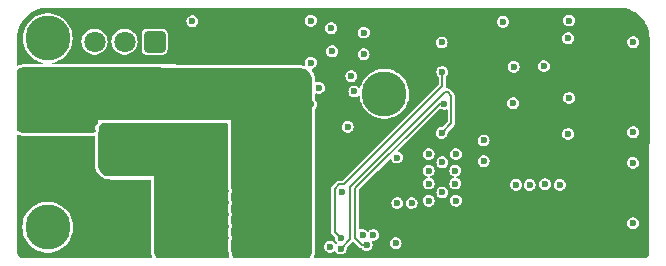
<source format=gbr>
%TF.GenerationSoftware,KiCad,Pcbnew,8.0.4*%
%TF.CreationDate,2025-03-19T01:09:58-05:00*%
%TF.ProjectId,Melty,4d656c74-792e-46b6-9963-61645f706362,rev?*%
%TF.SameCoordinates,Original*%
%TF.FileFunction,Copper,L4,Inr*%
%TF.FilePolarity,Positive*%
%FSLAX46Y46*%
G04 Gerber Fmt 4.6, Leading zero omitted, Abs format (unit mm)*
G04 Created by KiCad (PCBNEW 8.0.4) date 2025-03-19 01:09:58*
%MOMM*%
%LPD*%
G01*
G04 APERTURE LIST*
G04 Aperture macros list*
%AMRoundRect*
0 Rectangle with rounded corners*
0 $1 Rounding radius*
0 $2 $3 $4 $5 $6 $7 $8 $9 X,Y pos of 4 corners*
0 Add a 4 corners polygon primitive as box body*
4,1,4,$2,$3,$4,$5,$6,$7,$8,$9,$2,$3,0*
0 Add four circle primitives for the rounded corners*
1,1,$1+$1,$2,$3*
1,1,$1+$1,$4,$5*
1,1,$1+$1,$6,$7*
1,1,$1+$1,$8,$9*
0 Add four rect primitives between the rounded corners*
20,1,$1+$1,$2,$3,$4,$5,0*
20,1,$1+$1,$4,$5,$6,$7,0*
20,1,$1+$1,$6,$7,$8,$9,0*
20,1,$1+$1,$8,$9,$2,$3,0*%
G04 Aperture macros list end*
%TA.AperFunction,ComponentPad*%
%ADD10C,3.800000*%
%TD*%
%TA.AperFunction,ComponentPad*%
%ADD11RoundRect,0.250200X0.649800X0.649800X-0.649800X0.649800X-0.649800X-0.649800X0.649800X-0.649800X0*%
%TD*%
%TA.AperFunction,ComponentPad*%
%ADD12C,1.800000*%
%TD*%
%TA.AperFunction,ComponentPad*%
%ADD13R,3.000000X3.000000*%
%TD*%
%TA.AperFunction,ComponentPad*%
%ADD14C,3.000000*%
%TD*%
%TA.AperFunction,ViaPad*%
%ADD15C,0.600000*%
%TD*%
%TA.AperFunction,ViaPad*%
%ADD16C,0.450000*%
%TD*%
%TA.AperFunction,Conductor*%
%ADD17C,0.200000*%
%TD*%
G04 APERTURE END LIST*
D10*
%TO.N,N/C*%
%TO.C,REF\u002A\u002A*%
X153000000Y-52500000D03*
%TD*%
%TO.N,N/C*%
%TO.C,REF\u002A\u002A*%
X181500000Y-57200000D03*
%TD*%
%TO.N,N/C*%
%TO.C,REF\u002A\u002A*%
X153000000Y-68500000D03*
%TD*%
D11*
%TO.N,/IR*%
%TO.C,U5*%
X162040000Y-52775000D03*
D12*
%TO.N,GND*%
X159500000Y-52775000D03*
%TO.N,+3V3*%
X156960000Y-52775000D03*
%TD*%
D13*
%TO.N,Net-(J4-Pin_1)*%
%TO.C,J4*%
X153000000Y-63000000D03*
D14*
%TO.N,GND*%
X153000000Y-58000000D03*
%TD*%
D15*
%TO.N,+5V*%
X181650000Y-65500000D03*
D16*
%TO.N,GND*%
X175000000Y-65400000D03*
X172000000Y-69400000D03*
X173000000Y-66400000D03*
X174000000Y-68400000D03*
D15*
X195100000Y-64850000D03*
X175275460Y-58100000D03*
X179650000Y-69150000D03*
D16*
X171000000Y-66400000D03*
X171000000Y-68400000D03*
D15*
X183800000Y-66450000D03*
D16*
X175000000Y-69400000D03*
X172000000Y-67400000D03*
D15*
X182600000Y-66450000D03*
D16*
X174000000Y-65400000D03*
D15*
X186400000Y-65550000D03*
D16*
X173000000Y-68400000D03*
D15*
X175275460Y-51002962D03*
D16*
X171000000Y-67400000D03*
D15*
X187550000Y-66250000D03*
X185250000Y-64800000D03*
X189900000Y-62900000D03*
D16*
X173000000Y-67400000D03*
X173000000Y-69400000D03*
D15*
X187500000Y-64800000D03*
D16*
X174000000Y-66400000D03*
D15*
X165250000Y-51050000D03*
X185250000Y-66250000D03*
D16*
X172000000Y-66400000D03*
X174000000Y-67400000D03*
X173000000Y-65400000D03*
X175000000Y-67400000D03*
X175000000Y-66400000D03*
D15*
X192650000Y-64900000D03*
D16*
X171000000Y-69400000D03*
D15*
X175275460Y-54550000D03*
D16*
X172000000Y-68400000D03*
X172000000Y-65400000D03*
X171000000Y-65400000D03*
X175000000Y-68400000D03*
X174000000Y-69400000D03*
%TO.N,+BATT*%
X166100000Y-68400000D03*
X166100000Y-66400000D03*
X168100000Y-67400000D03*
X168100000Y-66400000D03*
X168100000Y-69400000D03*
X160500000Y-62000000D03*
X161500000Y-60100000D03*
X161500000Y-62000000D03*
X165100000Y-67400000D03*
X168100000Y-65400000D03*
X160500000Y-60100000D03*
X159500000Y-60100000D03*
X164100000Y-66400000D03*
X165100000Y-68400000D03*
X157500000Y-61000000D03*
X160500000Y-61000000D03*
X166100000Y-69400000D03*
X157500000Y-60100000D03*
X167100000Y-68400000D03*
X157500000Y-62000000D03*
X165100000Y-69400000D03*
X167100000Y-65400000D03*
X168100000Y-68400000D03*
X166100000Y-65400000D03*
X159500000Y-62000000D03*
X167100000Y-67400000D03*
X164100000Y-65400000D03*
X166100000Y-67400000D03*
X164100000Y-67400000D03*
D15*
X176900000Y-70150000D03*
D16*
X165100000Y-66400000D03*
X158500000Y-62000000D03*
X164100000Y-69400000D03*
X158500000Y-61000000D03*
X159500000Y-61000000D03*
X165100000Y-65400000D03*
X158500000Y-60100000D03*
X167100000Y-69400000D03*
X164100000Y-68400000D03*
X161500000Y-61000000D03*
X167100000Y-66400000D03*
D15*
%TO.N,+5V*%
X181550000Y-67450000D03*
X181550000Y-66450000D03*
X167750000Y-51000000D03*
X180950000Y-60000000D03*
X182100000Y-60000000D03*
X193100000Y-62500000D03*
X180600000Y-67350000D03*
X195000000Y-53150000D03*
X187550000Y-67200000D03*
X178900000Y-58086194D03*
X185250000Y-68850000D03*
X185250000Y-67200000D03*
X178724540Y-50997038D03*
X193350000Y-51000000D03*
X181025000Y-64575000D03*
X178800000Y-54700000D03*
X180650000Y-66550000D03*
X179812932Y-60171670D03*
X181692463Y-63442463D03*
X186400000Y-68100000D03*
X187550000Y-68850000D03*
%TO.N,+3V3*%
X197050000Y-60600000D03*
X185250000Y-62300000D03*
X192450000Y-54900000D03*
X182453399Y-69850252D03*
X197150000Y-57550000D03*
X177950000Y-65509620D03*
X197150000Y-51000000D03*
X180550000Y-69150000D03*
X189900000Y-61150000D03*
X192400000Y-58000000D03*
X185250000Y-63700000D03*
X187550000Y-62300000D03*
X186400000Y-63000000D03*
X197050000Y-52500000D03*
X187500000Y-63700000D03*
%TO.N,Net-(D1-DIN)*%
X179759620Y-52009620D03*
%TO.N,Net-(D1-DOUT)*%
X177067505Y-53600000D03*
X177000000Y-51650000D03*
%TO.N,Net-(D3-DOUT)*%
X175950000Y-56699998D03*
X178950000Y-57000000D03*
%TO.N,/VSense*%
X202550000Y-68150000D03*
X182550000Y-62600000D03*
%TO.N,/ESC2*%
X193800000Y-64900000D03*
%TO.N,/ESC1*%
X196350000Y-64900000D03*
%TO.N,/RX*%
X186350000Y-52850000D03*
%TO.N,Net-(Q1-D)*%
X191550000Y-51100000D03*
%TO.N,/TX*%
X202561364Y-52833000D03*
%TO.N,Net-(Q2-D)*%
X195000000Y-54850000D03*
%TO.N,/LED*%
X202561364Y-60453000D03*
%TO.N,/SCK*%
X177809311Y-69418621D03*
X186400000Y-55350000D03*
%TO.N,/MOSI*%
X177800000Y-70300000D03*
X186350000Y-60500000D03*
%TO.N,/IR*%
X178400000Y-60000000D03*
X202550000Y-63050000D03*
%TO.N,/MISO*%
X186534620Y-58034620D03*
X180000000Y-70000000D03*
D16*
%TO.N,Net-(J4-Pin_1)*%
X156500000Y-62000000D03*
X157500000Y-67000000D03*
X155500000Y-64000000D03*
X156500000Y-66000000D03*
X157500000Y-70000000D03*
X155500000Y-62000000D03*
X160500000Y-69000000D03*
X158500000Y-68000000D03*
X156500000Y-69000000D03*
X160500000Y-68000000D03*
X161500000Y-68000000D03*
X160500000Y-67000000D03*
X159500000Y-70000000D03*
X156500000Y-70000000D03*
X157500000Y-68000000D03*
X161500000Y-67000000D03*
X159500000Y-68000000D03*
X156500000Y-65000000D03*
X156500000Y-64000000D03*
X156500000Y-61000000D03*
X158500000Y-67000000D03*
X161500000Y-70000000D03*
X161500000Y-69000000D03*
X160500000Y-70000000D03*
X155500000Y-63000000D03*
X159500000Y-67000000D03*
X159500000Y-69000000D03*
X158500000Y-70000000D03*
X156500000Y-67000000D03*
X156500000Y-68000000D03*
X157500000Y-69000000D03*
X155500000Y-61000000D03*
X158500000Y-69000000D03*
X155500000Y-65000000D03*
X156500000Y-63000000D03*
D15*
%TO.N,Net-(D5-DOUT)*%
X179750000Y-53850000D03*
X178700000Y-55700000D03*
%TD*%
D17*
%TO.N,/SCK*%
X177300000Y-68909310D02*
X177809311Y-69418621D01*
X186400000Y-56548529D02*
X178088909Y-64859620D01*
X186400000Y-55350000D02*
X186400000Y-56548529D01*
X177300000Y-65240381D02*
X177300000Y-68909310D01*
X178088909Y-64859620D02*
X177680761Y-64859620D01*
X177680761Y-64859620D02*
X177300000Y-65240381D01*
%TO.N,/MOSI*%
X186600000Y-57050000D02*
X178600000Y-65050000D01*
X178600000Y-65050000D02*
X178600000Y-69500000D01*
X186350000Y-60500000D02*
X187150000Y-59700000D01*
X187150000Y-57350000D02*
X186850000Y-57050000D01*
X178600000Y-69500000D02*
X177800000Y-70300000D01*
X186850000Y-57050000D02*
X186600000Y-57050000D01*
X187150000Y-59700000D02*
X187150000Y-57350000D01*
%TO.N,/MISO*%
X186181066Y-58034620D02*
X186534620Y-58034620D01*
X179630761Y-70000000D02*
X179050000Y-69419239D01*
X179050000Y-69419239D02*
X179050000Y-65165686D01*
X179050000Y-65165686D02*
X186181066Y-58034620D01*
X180000000Y-70000000D02*
X179630761Y-70000000D01*
%TD*%
%TA.AperFunction,Conductor*%
%TO.N,GND*%
G36*
X174397862Y-55046054D02*
G01*
X174409983Y-55046696D01*
X174586347Y-55064724D01*
X174610111Y-55069536D01*
X174773766Y-55119752D01*
X174796138Y-55129096D01*
X174946882Y-55210197D01*
X174967010Y-55223717D01*
X175099095Y-55332606D01*
X175116207Y-55349785D01*
X175224578Y-55482300D01*
X175238019Y-55502481D01*
X175318527Y-55653547D01*
X175327784Y-55675959D01*
X175377352Y-55839801D01*
X175382071Y-55863584D01*
X175399406Y-56040024D01*
X175400000Y-56052148D01*
X175400000Y-56651993D01*
X175398939Y-56668178D01*
X175394750Y-56699996D01*
X175394750Y-56699998D01*
X175398939Y-56731815D01*
X175400000Y-56748001D01*
X175400000Y-70486557D01*
X175399397Y-70498767D01*
X175381815Y-70676448D01*
X175377029Y-70700396D01*
X175326759Y-70865301D01*
X175317373Y-70887845D01*
X175235753Y-71039711D01*
X175222130Y-71059979D01*
X175191250Y-71097363D01*
X175133380Y-71136513D01*
X175095648Y-71142393D01*
X168883388Y-71142393D01*
X168816349Y-71122708D01*
X168787284Y-71096751D01*
X168757302Y-71059979D01*
X168724692Y-71019983D01*
X168711309Y-70999835D01*
X168631128Y-70849000D01*
X168621913Y-70826639D01*
X168572547Y-70663096D01*
X168567851Y-70639370D01*
X168550592Y-70463310D01*
X168550000Y-70451213D01*
X168550000Y-69586251D01*
X168559177Y-69544065D01*
X168558433Y-69543847D01*
X168560927Y-69535349D01*
X168560931Y-69535342D01*
X168580390Y-69400000D01*
X168560931Y-69264658D01*
X168558432Y-69256147D01*
X168559175Y-69255928D01*
X168550000Y-69213746D01*
X168550000Y-68586251D01*
X168559177Y-68544065D01*
X168558433Y-68543847D01*
X168560927Y-68535349D01*
X168560931Y-68535342D01*
X168580390Y-68400000D01*
X168560931Y-68264658D01*
X168558432Y-68256147D01*
X168559175Y-68255928D01*
X168550000Y-68213746D01*
X168550000Y-67586251D01*
X168559177Y-67544065D01*
X168558433Y-67543847D01*
X168560927Y-67535349D01*
X168560931Y-67535342D01*
X168580390Y-67400000D01*
X168560931Y-67264658D01*
X168558432Y-67256147D01*
X168559175Y-67255928D01*
X168550000Y-67213746D01*
X168550000Y-66586251D01*
X168559177Y-66544065D01*
X168558433Y-66543847D01*
X168560927Y-66535349D01*
X168560931Y-66535342D01*
X168580390Y-66400000D01*
X168560931Y-66264658D01*
X168558432Y-66256147D01*
X168559175Y-66255928D01*
X168550000Y-66213746D01*
X168550000Y-65586251D01*
X168559177Y-65544065D01*
X168558433Y-65543847D01*
X168560927Y-65535349D01*
X168560931Y-65535342D01*
X168580390Y-65400000D01*
X168560931Y-65264658D01*
X168558432Y-65256147D01*
X168559175Y-65255928D01*
X168550000Y-65213746D01*
X168550000Y-60450003D01*
X168550000Y-60450000D01*
X168550000Y-59450000D01*
X167550000Y-59450000D01*
X167549997Y-59450000D01*
X157774992Y-59450000D01*
X157250000Y-59450000D01*
X157250000Y-59695436D01*
X157185413Y-59736942D01*
X157185409Y-59736946D01*
X157095872Y-59840278D01*
X157095867Y-59840285D01*
X157039070Y-59964654D01*
X157039068Y-59964662D01*
X157019610Y-60100000D01*
X157039068Y-60235341D01*
X157039069Y-60235345D01*
X157050394Y-60260141D01*
X157060338Y-60329300D01*
X157031313Y-60392855D01*
X157013086Y-60410029D01*
X157000451Y-60419724D01*
X156972418Y-60435909D01*
X156875961Y-60475863D01*
X156844694Y-60484241D01*
X156746010Y-60497233D01*
X156733058Y-60498939D01*
X156716874Y-60500000D01*
X151008845Y-60500000D01*
X150996694Y-60499403D01*
X150819866Y-60481991D01*
X150796030Y-60477251D01*
X150631850Y-60427460D01*
X150609398Y-60418163D01*
X150514640Y-60367530D01*
X150469105Y-60343198D01*
X150419255Y-60294243D01*
X150403546Y-60233886D01*
X150401571Y-55220296D01*
X150421229Y-55153251D01*
X150467398Y-55110741D01*
X150610506Y-55034722D01*
X150633039Y-55025464D01*
X150797874Y-54976024D01*
X150821793Y-54971351D01*
X150857348Y-54967980D01*
X150999220Y-54954533D01*
X151011407Y-54953981D01*
X174397862Y-55046054D01*
G37*
%TD.AperFunction*%
%TD*%
%TA.AperFunction,Conductor*%
%TO.N,Net-(J4-Pin_1)*%
G36*
X150563752Y-60673799D02*
G01*
X150721868Y-60721751D01*
X150721874Y-60721752D01*
X150721879Y-60721754D01*
X150746197Y-60727844D01*
X150770033Y-60732584D01*
X150794828Y-60736261D01*
X150794834Y-60736261D01*
X150794837Y-60736262D01*
X150971645Y-60753672D01*
X150971648Y-60753672D01*
X150971656Y-60753673D01*
X150984156Y-60754595D01*
X150996307Y-60755192D01*
X151008845Y-60755500D01*
X151008864Y-60755500D01*
X156716862Y-60755500D01*
X156716874Y-60755500D01*
X156733588Y-60754953D01*
X156749772Y-60753892D01*
X156766424Y-60752251D01*
X156779376Y-60750545D01*
X156779375Y-60750544D01*
X156781044Y-60750324D01*
X156854318Y-60740678D01*
X156923352Y-60751444D01*
X156975607Y-60797825D01*
X156994500Y-60863617D01*
X156994500Y-63193907D01*
X156994723Y-63202984D01*
X156994808Y-63206450D01*
X156995406Y-63218618D01*
X156996325Y-63231086D01*
X157013745Y-63407958D01*
X157013751Y-63408009D01*
X157017421Y-63432756D01*
X157017427Y-63432785D01*
X157022169Y-63456627D01*
X157028249Y-63480899D01*
X157028257Y-63480928D01*
X157078079Y-63645171D01*
X157086523Y-63668772D01*
X157086524Y-63668775D01*
X157095826Y-63691231D01*
X157106550Y-63713905D01*
X157106557Y-63713919D01*
X157187430Y-63865220D01*
X157187456Y-63865267D01*
X157200331Y-63886747D01*
X157213807Y-63906917D01*
X157213853Y-63906983D01*
X157228761Y-63927082D01*
X157228773Y-63927098D01*
X157298844Y-64012480D01*
X157337644Y-64059758D01*
X157354473Y-64078326D01*
X157371672Y-64095525D01*
X157390240Y-64112354D01*
X157390245Y-64112358D01*
X157522901Y-64221226D01*
X157522916Y-64221237D01*
X157543015Y-64236145D01*
X157543081Y-64236191D01*
X157563251Y-64249667D01*
X157584731Y-64262542D01*
X157584747Y-64262551D01*
X157584759Y-64262558D01*
X157584778Y-64262568D01*
X157736079Y-64343441D01*
X157736093Y-64343448D01*
X157736097Y-64343450D01*
X157736101Y-64343452D01*
X157758762Y-64354170D01*
X157781220Y-64363473D01*
X157804834Y-64371922D01*
X157969057Y-64421738D01*
X157993381Y-64427831D01*
X158017222Y-64432573D01*
X158035462Y-64435278D01*
X158042020Y-64436252D01*
X158059984Y-64438021D01*
X158218895Y-64453673D01*
X158231404Y-64454595D01*
X158243558Y-64455192D01*
X158256093Y-64455500D01*
X161620500Y-64455500D01*
X161687539Y-64475185D01*
X161733294Y-64527989D01*
X161744500Y-64579500D01*
X161744500Y-70486231D01*
X161744809Y-70498804D01*
X161745413Y-70511023D01*
X161746345Y-70523603D01*
X161762762Y-70689480D01*
X161763931Y-70701287D01*
X161763940Y-70701357D01*
X161767647Y-70726222D01*
X161772433Y-70750168D01*
X161778588Y-70774617D01*
X161778589Y-70774622D01*
X161828884Y-70939574D01*
X161834860Y-70956187D01*
X161839026Y-71025933D01*
X161814032Y-71076817D01*
X161797422Y-71097056D01*
X161739679Y-71136391D01*
X161701569Y-71142393D01*
X151014064Y-71142393D01*
X151000181Y-71141613D01*
X150975195Y-71138797D01*
X150887588Y-71128927D01*
X150860518Y-71122749D01*
X150760178Y-71087639D01*
X150735160Y-71075591D01*
X150645150Y-71019034D01*
X150623441Y-71001721D01*
X150548278Y-70926558D01*
X150530965Y-70904849D01*
X150474408Y-70814839D01*
X150462360Y-70789821D01*
X150457138Y-70774898D01*
X150427248Y-70689474D01*
X150421072Y-70662410D01*
X150420024Y-70653112D01*
X150408387Y-70549819D01*
X150407607Y-70535936D01*
X150407607Y-70476531D01*
X150407580Y-70476166D01*
X150406801Y-68500000D01*
X150844475Y-68500000D01*
X150864551Y-68793511D01*
X150864552Y-68793513D01*
X150924404Y-69081543D01*
X150924409Y-69081559D01*
X151022927Y-69358762D01*
X151158278Y-69619977D01*
X151158282Y-69619983D01*
X151327932Y-69860323D01*
X151528743Y-70075338D01*
X151656384Y-70179181D01*
X151756951Y-70260999D01*
X151756953Y-70261000D01*
X151756954Y-70261001D01*
X152008319Y-70413860D01*
X152008324Y-70413862D01*
X152260975Y-70523603D01*
X152278159Y-70531067D01*
X152561445Y-70610440D01*
X152817681Y-70645659D01*
X152852901Y-70650500D01*
X152852902Y-70650500D01*
X153147099Y-70650500D01*
X153178520Y-70646180D01*
X153438555Y-70610440D01*
X153721841Y-70531067D01*
X153991682Y-70413859D01*
X154243049Y-70260999D01*
X154471260Y-70075335D01*
X154672065Y-69860326D01*
X154841722Y-69619976D01*
X154977072Y-69358764D01*
X155075592Y-69081554D01*
X155075592Y-69081549D01*
X155075595Y-69081543D01*
X155108511Y-68923135D01*
X155135448Y-68793511D01*
X155155525Y-68500000D01*
X155135448Y-68206489D01*
X155118089Y-68122955D01*
X155075595Y-67918456D01*
X155075590Y-67918440D01*
X154977072Y-67641237D01*
X154977072Y-67641236D01*
X154841722Y-67380024D01*
X154841721Y-67380022D01*
X154841717Y-67380016D01*
X154672067Y-67139676D01*
X154471256Y-66924661D01*
X154243045Y-66738998D01*
X153991680Y-66586139D01*
X153991675Y-66586137D01*
X153721845Y-66468934D01*
X153438560Y-66389561D01*
X153438556Y-66389560D01*
X153438555Y-66389560D01*
X153292826Y-66369530D01*
X153147099Y-66349500D01*
X153147098Y-66349500D01*
X152852902Y-66349500D01*
X152852901Y-66349500D01*
X152561445Y-66389560D01*
X152561439Y-66389561D01*
X152278154Y-66468934D01*
X152008324Y-66586137D01*
X152008319Y-66586139D01*
X151756954Y-66738998D01*
X151528743Y-66924661D01*
X151327932Y-67139676D01*
X151158282Y-67380016D01*
X151158278Y-67380022D01*
X151022927Y-67641237D01*
X150924409Y-67918440D01*
X150924404Y-67918456D01*
X150864552Y-68206486D01*
X150864551Y-68206488D01*
X150844475Y-68500000D01*
X150406801Y-68500000D01*
X150403765Y-60792508D01*
X150423423Y-60725464D01*
X150476209Y-60679688D01*
X150545364Y-60669717D01*
X150563752Y-60673799D01*
G37*
%TD.AperFunction*%
%TD*%
%TA.AperFunction,Conductor*%
%TO.N,+BATT*%
G36*
X168234214Y-59725185D02*
G01*
X168245828Y-59733637D01*
X168247655Y-59735136D01*
X168264845Y-59752322D01*
X168266347Y-59754153D01*
X168293665Y-59818459D01*
X168294500Y-59832824D01*
X168294500Y-65213746D01*
X168300338Y-65268056D01*
X168308108Y-65303778D01*
X168309679Y-65312483D01*
X168319725Y-65382352D01*
X168319725Y-65417647D01*
X168309681Y-65487505D01*
X168308110Y-65496211D01*
X168300338Y-65531941D01*
X168294500Y-65586254D01*
X168294500Y-66213746D01*
X168300338Y-66268056D01*
X168308108Y-66303778D01*
X168309679Y-66312483D01*
X168319725Y-66382352D01*
X168319725Y-66417647D01*
X168309681Y-66487505D01*
X168308110Y-66496211D01*
X168300338Y-66531941D01*
X168294500Y-66586254D01*
X168294500Y-67213746D01*
X168300338Y-67268056D01*
X168308108Y-67303778D01*
X168309679Y-67312483D01*
X168319725Y-67382352D01*
X168319725Y-67417647D01*
X168309681Y-67487505D01*
X168308110Y-67496211D01*
X168300338Y-67531941D01*
X168294500Y-67586254D01*
X168294500Y-68213746D01*
X168300338Y-68268056D01*
X168308108Y-68303778D01*
X168309679Y-68312483D01*
X168319725Y-68382352D01*
X168319725Y-68417647D01*
X168309681Y-68487505D01*
X168308110Y-68496211D01*
X168300338Y-68531941D01*
X168294500Y-68586254D01*
X168294500Y-69213746D01*
X168300338Y-69268056D01*
X168308108Y-69303778D01*
X168309679Y-69312483D01*
X168319725Y-69382352D01*
X168319725Y-69417647D01*
X168309681Y-69487505D01*
X168308110Y-69496211D01*
X168300338Y-69531941D01*
X168294500Y-69586254D01*
X168294500Y-70451215D01*
X168294804Y-70463696D01*
X168295397Y-70475822D01*
X168296310Y-70488235D01*
X168313565Y-70664259D01*
X168313572Y-70664311D01*
X168317209Y-70688958D01*
X168317210Y-70688959D01*
X168317213Y-70688978D01*
X168319415Y-70700101D01*
X168321911Y-70712715D01*
X168327940Y-70736898D01*
X168327948Y-70736929D01*
X168339409Y-70774898D01*
X168377316Y-70900479D01*
X168382972Y-70916367D01*
X168386910Y-70986126D01*
X168362269Y-71036294D01*
X168313000Y-71096738D01*
X168255391Y-71136264D01*
X168216888Y-71142393D01*
X162304625Y-71142393D01*
X162237586Y-71122708D01*
X162209038Y-71097381D01*
X162177933Y-71059736D01*
X162164319Y-71039487D01*
X162082660Y-70887587D01*
X162073273Y-70865045D01*
X162022980Y-70700101D01*
X162018192Y-70676149D01*
X162017020Y-70664311D01*
X162000603Y-70498429D01*
X162000000Y-70486216D01*
X162000000Y-65200003D01*
X162000000Y-65200000D01*
X162000000Y-64200000D01*
X161000000Y-64200000D01*
X160999997Y-64200000D01*
X158256093Y-64200000D01*
X158243939Y-64199403D01*
X158067065Y-64181982D01*
X158043224Y-64177240D01*
X157879001Y-64127424D01*
X157856543Y-64118121D01*
X157705201Y-64037227D01*
X157684989Y-64023722D01*
X157552333Y-63914854D01*
X157535145Y-63897666D01*
X157426277Y-63765010D01*
X157412772Y-63744798D01*
X157331878Y-63593456D01*
X157322575Y-63570998D01*
X157272757Y-63406769D01*
X157268018Y-63382941D01*
X157250597Y-63206061D01*
X157250000Y-63193907D01*
X157250000Y-60556007D01*
X157263605Y-60505535D01*
X157261231Y-60504451D01*
X157263723Y-60498995D01*
X157292748Y-60435440D01*
X157307902Y-60392485D01*
X157313237Y-60292937D01*
X157303293Y-60223778D01*
X157301602Y-60218022D01*
X157301602Y-60148154D01*
X157301806Y-60147467D01*
X157322579Y-60078987D01*
X157331871Y-60056556D01*
X157412775Y-59905195D01*
X157426272Y-59884995D01*
X157535152Y-59752326D01*
X157552367Y-59735117D01*
X157553040Y-59734564D01*
X157554198Y-59733616D01*
X157618519Y-59706328D01*
X157632825Y-59705500D01*
X168167175Y-59705500D01*
X168234214Y-59725185D01*
G37*
%TD.AperFunction*%
%TD*%
%TA.AperFunction,Conductor*%
%TO.N,+5V*%
G36*
X201352065Y-49900615D02*
G01*
X201636914Y-49916612D01*
X201645150Y-49917541D01*
X201924345Y-49964978D01*
X201932428Y-49966823D01*
X202204578Y-50045227D01*
X202212390Y-50047961D01*
X202474053Y-50156345D01*
X202481503Y-50159932D01*
X202729388Y-50296934D01*
X202736394Y-50301336D01*
X202967388Y-50465235D01*
X202973856Y-50470394D01*
X203116006Y-50597427D01*
X203185025Y-50659107D01*
X203190892Y-50664974D01*
X203238150Y-50717855D01*
X203379603Y-50876141D01*
X203384766Y-50882613D01*
X203440593Y-50961294D01*
X203548661Y-51113602D01*
X203553068Y-51120616D01*
X203690063Y-51368489D01*
X203693657Y-51375953D01*
X203797841Y-51627477D01*
X203802033Y-51637596D01*
X203804774Y-51645429D01*
X203883175Y-51917567D01*
X203885021Y-51925657D01*
X203932457Y-52204843D01*
X203933387Y-52213090D01*
X203949383Y-52497919D01*
X203949499Y-52502097D01*
X203942417Y-70480013D01*
X203942393Y-70480357D01*
X203942393Y-70538738D01*
X203941928Y-70547023D01*
X203928296Y-70668015D01*
X203924608Y-70684171D01*
X203885779Y-70795136D01*
X203878590Y-70810065D01*
X203816039Y-70909616D01*
X203805707Y-70922572D01*
X203722572Y-71005707D01*
X203709616Y-71016039D01*
X203610065Y-71078590D01*
X203595136Y-71085779D01*
X203505566Y-71117121D01*
X203484169Y-71124608D01*
X203468015Y-71128296D01*
X203347023Y-71141928D01*
X203338738Y-71142393D01*
X175594412Y-71142393D01*
X175542086Y-71120719D01*
X175520412Y-71068393D01*
X175529230Y-71033361D01*
X175542416Y-71008826D01*
X175542419Y-71008818D01*
X175542429Y-71008801D01*
X175553246Y-70986049D01*
X175562632Y-70963505D01*
X175571155Y-70939803D01*
X175621425Y-70774898D01*
X175627575Y-70750467D01*
X175632361Y-70726519D01*
X175636073Y-70701608D01*
X175636102Y-70701321D01*
X175641130Y-70650499D01*
X175653655Y-70523927D01*
X175654586Y-70511370D01*
X175655189Y-70499160D01*
X175655190Y-70499137D01*
X175655500Y-70486577D01*
X175655500Y-70150000D01*
X176394353Y-70150000D01*
X176414834Y-70292454D01*
X176414834Y-70292455D01*
X176414835Y-70292457D01*
X176440442Y-70348528D01*
X176474623Y-70423373D01*
X176568868Y-70532139D01*
X176568869Y-70532140D01*
X176568872Y-70532143D01*
X176689947Y-70609953D01*
X176796403Y-70641211D01*
X176828035Y-70650499D01*
X176828037Y-70650500D01*
X176828039Y-70650500D01*
X176971963Y-70650500D01*
X176971964Y-70650499D01*
X177110053Y-70609953D01*
X177231128Y-70532143D01*
X177237361Y-70524949D01*
X177288005Y-70499597D01*
X177341745Y-70517481D01*
X177360599Y-70542666D01*
X177374622Y-70573372D01*
X177468868Y-70682139D01*
X177468869Y-70682140D01*
X177468872Y-70682143D01*
X177537923Y-70726519D01*
X177574747Y-70750185D01*
X177589947Y-70759953D01*
X177696403Y-70791211D01*
X177728035Y-70800499D01*
X177728037Y-70800500D01*
X177728039Y-70800500D01*
X177871963Y-70800500D01*
X177871964Y-70800499D01*
X177890229Y-70795136D01*
X178010053Y-70759953D01*
X178131128Y-70682143D01*
X178225377Y-70573373D01*
X178285165Y-70442457D01*
X178305647Y-70300000D01*
X178300776Y-70266128D01*
X178314782Y-70211253D01*
X178321690Y-70203279D01*
X178813055Y-69711915D01*
X178865380Y-69690242D01*
X178917706Y-69711916D01*
X179390301Y-70184511D01*
X179446250Y-70240460D01*
X179514772Y-70280021D01*
X179514773Y-70280021D01*
X179514775Y-70280022D01*
X179578308Y-70297046D01*
X179615081Y-70320065D01*
X179668868Y-70382139D01*
X179668871Y-70382142D01*
X179668872Y-70382143D01*
X179668874Y-70382144D01*
X179762722Y-70442457D01*
X179789947Y-70459953D01*
X179879392Y-70486216D01*
X179928035Y-70500499D01*
X179928037Y-70500500D01*
X179928039Y-70500500D01*
X180071963Y-70500500D01*
X180071964Y-70500499D01*
X180075036Y-70499597D01*
X180210053Y-70459953D01*
X180331128Y-70382143D01*
X180425377Y-70273373D01*
X180485165Y-70142457D01*
X180505647Y-70000000D01*
X180485165Y-69857543D01*
X180481835Y-69850252D01*
X181947752Y-69850252D01*
X181968233Y-69992706D01*
X181968233Y-69992707D01*
X181968234Y-69992709D01*
X182028022Y-70123625D01*
X182122267Y-70232391D01*
X182122268Y-70232392D01*
X182122271Y-70232395D01*
X182214873Y-70291906D01*
X182228244Y-70300500D01*
X182243346Y-70310205D01*
X182349802Y-70341463D01*
X182381434Y-70350751D01*
X182381436Y-70350752D01*
X182381438Y-70350752D01*
X182525362Y-70350752D01*
X182525363Y-70350751D01*
X182532934Y-70348528D01*
X182663452Y-70310205D01*
X182784527Y-70232395D01*
X182878776Y-70123625D01*
X182938564Y-69992709D01*
X182959046Y-69850252D01*
X182938564Y-69707795D01*
X182878776Y-69576879D01*
X182784527Y-69468109D01*
X182707522Y-69418621D01*
X182663453Y-69390299D01*
X182663449Y-69390298D01*
X182525363Y-69349752D01*
X182525360Y-69349752D01*
X182381438Y-69349752D01*
X182381435Y-69349752D01*
X182243348Y-69390298D01*
X182243344Y-69390299D01*
X182122274Y-69468107D01*
X182122267Y-69468112D01*
X182028022Y-69576878D01*
X181968233Y-69707797D01*
X181947752Y-69850252D01*
X180481835Y-69850252D01*
X180438443Y-69755239D01*
X180436423Y-69698640D01*
X180475016Y-69657187D01*
X180505757Y-69650500D01*
X180621963Y-69650500D01*
X180621964Y-69650499D01*
X180760053Y-69609953D01*
X180881128Y-69532143D01*
X180975377Y-69423373D01*
X181035165Y-69292457D01*
X181055647Y-69150000D01*
X181035165Y-69007543D01*
X180975377Y-68876627D01*
X180944075Y-68840502D01*
X180881131Y-68767860D01*
X180881129Y-68767859D01*
X180881128Y-68767857D01*
X180824182Y-68731260D01*
X180760054Y-68690047D01*
X180760050Y-68690046D01*
X180621964Y-68649500D01*
X180621961Y-68649500D01*
X180478039Y-68649500D01*
X180478036Y-68649500D01*
X180339949Y-68690046D01*
X180339945Y-68690047D01*
X180240143Y-68754187D01*
X180218872Y-68767857D01*
X180155924Y-68840502D01*
X180105279Y-68865853D01*
X180051540Y-68847968D01*
X180044079Y-68840507D01*
X179981128Y-68767857D01*
X179924182Y-68731260D01*
X179860054Y-68690047D01*
X179860050Y-68690046D01*
X179721964Y-68649500D01*
X179721961Y-68649500D01*
X179578039Y-68649500D01*
X179578036Y-68649500D01*
X179445348Y-68688461D01*
X179389036Y-68682407D01*
X179353498Y-68638307D01*
X179350500Y-68617459D01*
X179350500Y-68150000D01*
X202044353Y-68150000D01*
X202064834Y-68292454D01*
X202124623Y-68423373D01*
X202218868Y-68532139D01*
X202218869Y-68532140D01*
X202218872Y-68532143D01*
X202339947Y-68609953D01*
X202436513Y-68638307D01*
X202478035Y-68650499D01*
X202478037Y-68650500D01*
X202478039Y-68650500D01*
X202621963Y-68650500D01*
X202621964Y-68650499D01*
X202760053Y-68609953D01*
X202881128Y-68532143D01*
X202975377Y-68423373D01*
X203035165Y-68292457D01*
X203055647Y-68150000D01*
X203035165Y-68007543D01*
X202975377Y-67876627D01*
X202881128Y-67767857D01*
X202824182Y-67731260D01*
X202760054Y-67690047D01*
X202760050Y-67690046D01*
X202621964Y-67649500D01*
X202621961Y-67649500D01*
X202478039Y-67649500D01*
X202478036Y-67649500D01*
X202339949Y-67690046D01*
X202339945Y-67690047D01*
X202218875Y-67767855D01*
X202218868Y-67767860D01*
X202124623Y-67876626D01*
X202064834Y-68007545D01*
X202044353Y-68150000D01*
X179350500Y-68150000D01*
X179350500Y-66450000D01*
X182094353Y-66450000D01*
X182114834Y-66592454D01*
X182114834Y-66592455D01*
X182114835Y-66592457D01*
X182132959Y-66632143D01*
X182174623Y-66723373D01*
X182268868Y-66832139D01*
X182268869Y-66832140D01*
X182268872Y-66832143D01*
X182389947Y-66909953D01*
X182496403Y-66941211D01*
X182528035Y-66950499D01*
X182528037Y-66950500D01*
X182528039Y-66950500D01*
X182671963Y-66950500D01*
X182671964Y-66950499D01*
X182810053Y-66909953D01*
X182931128Y-66832143D01*
X183025377Y-66723373D01*
X183085165Y-66592457D01*
X183105647Y-66450000D01*
X183294353Y-66450000D01*
X183314834Y-66592454D01*
X183314834Y-66592455D01*
X183314835Y-66592457D01*
X183332959Y-66632143D01*
X183374623Y-66723373D01*
X183468868Y-66832139D01*
X183468869Y-66832140D01*
X183468872Y-66832143D01*
X183589947Y-66909953D01*
X183696403Y-66941211D01*
X183728035Y-66950499D01*
X183728037Y-66950500D01*
X183728039Y-66950500D01*
X183871963Y-66950500D01*
X183871964Y-66950499D01*
X184010053Y-66909953D01*
X184131128Y-66832143D01*
X184225377Y-66723373D01*
X184285165Y-66592457D01*
X184305647Y-66450000D01*
X184285165Y-66307543D01*
X184258886Y-66250000D01*
X184744353Y-66250000D01*
X184764834Y-66392454D01*
X184764834Y-66392455D01*
X184764835Y-66392457D01*
X184821327Y-66516156D01*
X184824623Y-66523373D01*
X184918868Y-66632139D01*
X184918869Y-66632140D01*
X184918872Y-66632143D01*
X185039947Y-66709953D01*
X185146403Y-66741211D01*
X185178035Y-66750499D01*
X185178037Y-66750500D01*
X185178039Y-66750500D01*
X185321963Y-66750500D01*
X185321964Y-66750499D01*
X185334630Y-66746780D01*
X185460053Y-66709953D01*
X185581128Y-66632143D01*
X185675377Y-66523373D01*
X185735165Y-66392457D01*
X185755647Y-66250000D01*
X187044353Y-66250000D01*
X187064834Y-66392454D01*
X187064834Y-66392455D01*
X187064835Y-66392457D01*
X187121327Y-66516156D01*
X187124623Y-66523373D01*
X187218868Y-66632139D01*
X187218869Y-66632140D01*
X187218872Y-66632143D01*
X187339947Y-66709953D01*
X187446403Y-66741211D01*
X187478035Y-66750499D01*
X187478037Y-66750500D01*
X187478039Y-66750500D01*
X187621963Y-66750500D01*
X187621964Y-66750499D01*
X187634630Y-66746780D01*
X187760053Y-66709953D01*
X187881128Y-66632143D01*
X187975377Y-66523373D01*
X188035165Y-66392457D01*
X188055647Y-66250000D01*
X188035165Y-66107543D01*
X187975377Y-65976627D01*
X187901843Y-65891763D01*
X187881131Y-65867860D01*
X187881129Y-65867859D01*
X187881128Y-65867857D01*
X187824182Y-65831260D01*
X187760054Y-65790047D01*
X187760050Y-65790046D01*
X187621964Y-65749500D01*
X187621961Y-65749500D01*
X187478039Y-65749500D01*
X187478036Y-65749500D01*
X187339949Y-65790046D01*
X187339945Y-65790047D01*
X187218875Y-65867855D01*
X187218868Y-65867860D01*
X187124623Y-65976626D01*
X187064834Y-66107545D01*
X187044353Y-66250000D01*
X185755647Y-66250000D01*
X185735165Y-66107543D01*
X185675377Y-65976627D01*
X185601843Y-65891763D01*
X185581131Y-65867860D01*
X185581129Y-65867859D01*
X185581128Y-65867857D01*
X185524182Y-65831260D01*
X185460054Y-65790047D01*
X185460050Y-65790046D01*
X185321964Y-65749500D01*
X185321961Y-65749500D01*
X185178039Y-65749500D01*
X185178036Y-65749500D01*
X185039949Y-65790046D01*
X185039945Y-65790047D01*
X184918875Y-65867855D01*
X184918868Y-65867860D01*
X184824623Y-65976626D01*
X184764834Y-66107545D01*
X184744353Y-66250000D01*
X184258886Y-66250000D01*
X184225377Y-66176627D01*
X184201814Y-66149434D01*
X184131131Y-66067860D01*
X184131129Y-66067859D01*
X184131128Y-66067857D01*
X184074182Y-66031260D01*
X184010054Y-65990047D01*
X184010050Y-65990046D01*
X183871964Y-65949500D01*
X183871961Y-65949500D01*
X183728039Y-65949500D01*
X183728036Y-65949500D01*
X183589949Y-65990046D01*
X183589945Y-65990047D01*
X183468875Y-66067855D01*
X183468868Y-66067860D01*
X183374623Y-66176626D01*
X183314834Y-66307545D01*
X183294353Y-66450000D01*
X183105647Y-66450000D01*
X183085165Y-66307543D01*
X183025377Y-66176627D01*
X183001814Y-66149434D01*
X182931131Y-66067860D01*
X182931129Y-66067859D01*
X182931128Y-66067857D01*
X182874182Y-66031260D01*
X182810054Y-65990047D01*
X182810050Y-65990046D01*
X182671964Y-65949500D01*
X182671961Y-65949500D01*
X182528039Y-65949500D01*
X182528036Y-65949500D01*
X182389949Y-65990046D01*
X182389945Y-65990047D01*
X182268875Y-66067855D01*
X182268868Y-66067860D01*
X182174623Y-66176626D01*
X182114834Y-66307545D01*
X182094353Y-66450000D01*
X179350500Y-66450000D01*
X179350500Y-65550000D01*
X185894353Y-65550000D01*
X185914834Y-65692454D01*
X185974623Y-65823373D01*
X186068868Y-65932139D01*
X186068869Y-65932140D01*
X186068872Y-65932143D01*
X186189947Y-66009953D01*
X186296403Y-66041211D01*
X186328035Y-66050499D01*
X186328037Y-66050500D01*
X186328039Y-66050500D01*
X186471963Y-66050500D01*
X186471964Y-66050499D01*
X186610053Y-66009953D01*
X186731128Y-65932143D01*
X186825377Y-65823373D01*
X186885165Y-65692457D01*
X186905647Y-65550000D01*
X186885165Y-65407543D01*
X186825377Y-65276627D01*
X186743507Y-65182143D01*
X186731131Y-65167860D01*
X186731129Y-65167859D01*
X186731128Y-65167857D01*
X186663492Y-65124390D01*
X186610054Y-65090047D01*
X186610050Y-65090046D01*
X186471964Y-65049500D01*
X186471961Y-65049500D01*
X186328039Y-65049500D01*
X186328036Y-65049500D01*
X186189949Y-65090046D01*
X186189945Y-65090047D01*
X186068875Y-65167855D01*
X186068868Y-65167860D01*
X185974623Y-65276626D01*
X185914834Y-65407545D01*
X185894353Y-65550000D01*
X179350500Y-65550000D01*
X179350500Y-65320808D01*
X179372173Y-65268483D01*
X180940655Y-63700000D01*
X184744353Y-63700000D01*
X184764834Y-63842454D01*
X184764834Y-63842455D01*
X184764835Y-63842457D01*
X184803490Y-63927098D01*
X184824623Y-63973373D01*
X184918868Y-64082139D01*
X184918869Y-64082140D01*
X184918872Y-64082143D01*
X185039947Y-64159953D01*
X185084908Y-64173154D01*
X185104808Y-64178998D01*
X185148907Y-64214536D01*
X185154961Y-64270849D01*
X185119423Y-64314948D01*
X185104808Y-64321002D01*
X185039947Y-64340047D01*
X185039945Y-64340047D01*
X184918875Y-64417855D01*
X184918868Y-64417860D01*
X184824623Y-64526626D01*
X184764834Y-64657545D01*
X184744353Y-64800000D01*
X184764834Y-64942454D01*
X184764834Y-64942455D01*
X184764835Y-64942457D01*
X184816629Y-65055869D01*
X184824623Y-65073373D01*
X184918868Y-65182139D01*
X184918869Y-65182140D01*
X184918872Y-65182143D01*
X185039947Y-65259953D01*
X185142814Y-65290157D01*
X185178035Y-65300499D01*
X185178037Y-65300500D01*
X185178039Y-65300500D01*
X185321963Y-65300500D01*
X185321964Y-65300499D01*
X185460053Y-65259953D01*
X185581128Y-65182143D01*
X185675377Y-65073373D01*
X185735165Y-64942457D01*
X185755647Y-64800000D01*
X185735165Y-64657543D01*
X185675377Y-64526627D01*
X185613479Y-64455192D01*
X185581131Y-64417860D01*
X185581129Y-64417859D01*
X185581128Y-64417857D01*
X185496505Y-64363473D01*
X185460054Y-64340047D01*
X185460050Y-64340046D01*
X185395192Y-64321002D01*
X185351092Y-64285464D01*
X185345038Y-64229152D01*
X185380576Y-64185052D01*
X185395192Y-64178998D01*
X185412181Y-64174009D01*
X185460053Y-64159953D01*
X185581128Y-64082143D01*
X185675377Y-63973373D01*
X185735165Y-63842457D01*
X185755647Y-63700000D01*
X186994353Y-63700000D01*
X187014834Y-63842454D01*
X187014834Y-63842455D01*
X187014835Y-63842457D01*
X187053490Y-63927098D01*
X187074623Y-63973373D01*
X187168868Y-64082139D01*
X187168869Y-64082140D01*
X187168872Y-64082143D01*
X187289947Y-64159953D01*
X187334908Y-64173154D01*
X187354808Y-64178998D01*
X187398907Y-64214536D01*
X187404961Y-64270849D01*
X187369423Y-64314948D01*
X187354808Y-64321002D01*
X187289947Y-64340047D01*
X187289945Y-64340047D01*
X187168875Y-64417855D01*
X187168868Y-64417860D01*
X187074623Y-64526626D01*
X187014834Y-64657545D01*
X186994353Y-64800000D01*
X187014834Y-64942454D01*
X187014834Y-64942455D01*
X187014835Y-64942457D01*
X187066629Y-65055869D01*
X187074623Y-65073373D01*
X187168868Y-65182139D01*
X187168869Y-65182140D01*
X187168872Y-65182143D01*
X187289947Y-65259953D01*
X187392814Y-65290157D01*
X187428035Y-65300499D01*
X187428037Y-65300500D01*
X187428039Y-65300500D01*
X187571963Y-65300500D01*
X187571964Y-65300499D01*
X187710053Y-65259953D01*
X187831128Y-65182143D01*
X187925377Y-65073373D01*
X187985165Y-64942457D01*
X187991269Y-64900000D01*
X192144353Y-64900000D01*
X192164834Y-65042454D01*
X192164834Y-65042455D01*
X192164835Y-65042457D01*
X192186569Y-65090047D01*
X192224623Y-65173373D01*
X192318868Y-65282139D01*
X192318869Y-65282140D01*
X192318872Y-65282143D01*
X192439947Y-65359953D01*
X192546403Y-65391211D01*
X192578035Y-65400499D01*
X192578037Y-65400500D01*
X192578039Y-65400500D01*
X192721963Y-65400500D01*
X192721964Y-65400499D01*
X192860053Y-65359953D01*
X192981128Y-65282143D01*
X193075377Y-65173373D01*
X193135165Y-65042457D01*
X193151753Y-64927082D01*
X193164965Y-64904814D01*
X193160976Y-64895184D01*
X193285034Y-64895184D01*
X193298247Y-64927083D01*
X193314834Y-65042454D01*
X193314834Y-65042455D01*
X193314835Y-65042457D01*
X193336569Y-65090047D01*
X193374623Y-65173373D01*
X193468868Y-65282139D01*
X193468869Y-65282140D01*
X193468872Y-65282143D01*
X193589947Y-65359953D01*
X193696403Y-65391211D01*
X193728035Y-65400499D01*
X193728037Y-65400500D01*
X193728039Y-65400500D01*
X193871963Y-65400500D01*
X193871964Y-65400499D01*
X194010053Y-65359953D01*
X194131128Y-65282143D01*
X194225377Y-65173373D01*
X194285165Y-65042457D01*
X194305647Y-64900000D01*
X194298458Y-64850000D01*
X194594353Y-64850000D01*
X194614834Y-64992454D01*
X194614834Y-64992455D01*
X194614835Y-64992457D01*
X194640886Y-65049500D01*
X194674623Y-65123373D01*
X194768868Y-65232139D01*
X194768869Y-65232140D01*
X194768872Y-65232143D01*
X194889947Y-65309953D01*
X194996403Y-65341211D01*
X195028035Y-65350499D01*
X195028037Y-65350500D01*
X195028039Y-65350500D01*
X195171963Y-65350500D01*
X195171964Y-65350499D01*
X195178677Y-65348528D01*
X195310053Y-65309953D01*
X195431128Y-65232143D01*
X195525377Y-65123373D01*
X195585165Y-64992457D01*
X195598458Y-64900000D01*
X195844353Y-64900000D01*
X195864834Y-65042454D01*
X195864834Y-65042455D01*
X195864835Y-65042457D01*
X195886569Y-65090047D01*
X195924623Y-65173373D01*
X196018868Y-65282139D01*
X196018869Y-65282140D01*
X196018872Y-65282143D01*
X196139947Y-65359953D01*
X196246403Y-65391211D01*
X196278035Y-65400499D01*
X196278037Y-65400500D01*
X196278039Y-65400500D01*
X196421963Y-65400500D01*
X196421964Y-65400499D01*
X196560053Y-65359953D01*
X196681128Y-65282143D01*
X196775377Y-65173373D01*
X196835165Y-65042457D01*
X196855647Y-64900000D01*
X196835165Y-64757543D01*
X196775377Y-64626627D01*
X196725613Y-64569196D01*
X196681131Y-64517860D01*
X196681129Y-64517859D01*
X196681128Y-64517857D01*
X196603331Y-64467860D01*
X196560054Y-64440047D01*
X196560050Y-64440046D01*
X196421964Y-64399500D01*
X196421961Y-64399500D01*
X196278039Y-64399500D01*
X196278036Y-64399500D01*
X196139949Y-64440046D01*
X196139945Y-64440047D01*
X196018875Y-64517855D01*
X196018868Y-64517860D01*
X195924623Y-64626626D01*
X195864834Y-64757545D01*
X195844353Y-64900000D01*
X195598458Y-64900000D01*
X195605647Y-64850000D01*
X195585165Y-64707543D01*
X195525377Y-64576627D01*
X195482051Y-64526626D01*
X195431131Y-64467860D01*
X195431129Y-64467859D01*
X195431128Y-64467857D01*
X195368846Y-64427831D01*
X195310054Y-64390047D01*
X195310050Y-64390046D01*
X195171964Y-64349500D01*
X195171961Y-64349500D01*
X195028039Y-64349500D01*
X195028036Y-64349500D01*
X194889949Y-64390046D01*
X194889945Y-64390047D01*
X194768875Y-64467855D01*
X194768868Y-64467860D01*
X194674623Y-64576626D01*
X194614834Y-64707545D01*
X194594353Y-64850000D01*
X194298458Y-64850000D01*
X194285165Y-64757543D01*
X194225377Y-64626627D01*
X194175613Y-64569196D01*
X194131131Y-64517860D01*
X194131129Y-64517859D01*
X194131128Y-64517857D01*
X194053331Y-64467860D01*
X194010054Y-64440047D01*
X194010050Y-64440046D01*
X193871964Y-64399500D01*
X193871961Y-64399500D01*
X193728039Y-64399500D01*
X193728036Y-64399500D01*
X193589949Y-64440046D01*
X193589945Y-64440047D01*
X193468875Y-64517855D01*
X193468868Y-64517860D01*
X193374623Y-64626626D01*
X193314834Y-64757545D01*
X193298247Y-64872916D01*
X193285034Y-64895184D01*
X193160976Y-64895184D01*
X193151753Y-64872916D01*
X193135165Y-64757545D01*
X193135165Y-64757543D01*
X193075377Y-64626627D01*
X193025613Y-64569196D01*
X192981131Y-64517860D01*
X192981129Y-64517859D01*
X192981128Y-64517857D01*
X192903331Y-64467860D01*
X192860054Y-64440047D01*
X192860050Y-64440046D01*
X192721964Y-64399500D01*
X192721961Y-64399500D01*
X192578039Y-64399500D01*
X192578036Y-64399500D01*
X192439949Y-64440046D01*
X192439945Y-64440047D01*
X192318875Y-64517855D01*
X192318868Y-64517860D01*
X192224623Y-64626626D01*
X192164834Y-64757545D01*
X192144353Y-64900000D01*
X187991269Y-64900000D01*
X188005647Y-64800000D01*
X187985165Y-64657543D01*
X187925377Y-64526627D01*
X187863479Y-64455192D01*
X187831131Y-64417860D01*
X187831129Y-64417859D01*
X187831128Y-64417857D01*
X187746505Y-64363473D01*
X187710054Y-64340047D01*
X187710050Y-64340046D01*
X187645192Y-64321002D01*
X187601092Y-64285464D01*
X187595038Y-64229152D01*
X187630576Y-64185052D01*
X187645192Y-64178998D01*
X187662181Y-64174009D01*
X187710053Y-64159953D01*
X187831128Y-64082143D01*
X187925377Y-63973373D01*
X187985165Y-63842457D01*
X188005647Y-63700000D01*
X187985165Y-63557543D01*
X187925377Y-63426627D01*
X187867603Y-63359952D01*
X187831131Y-63317860D01*
X187831129Y-63317859D01*
X187831128Y-63317857D01*
X187774182Y-63281260D01*
X187710054Y-63240047D01*
X187710050Y-63240046D01*
X187571964Y-63199500D01*
X187571961Y-63199500D01*
X187428039Y-63199500D01*
X187428036Y-63199500D01*
X187289949Y-63240046D01*
X187289945Y-63240047D01*
X187168875Y-63317855D01*
X187168868Y-63317860D01*
X187074623Y-63426626D01*
X187014834Y-63557545D01*
X186994353Y-63700000D01*
X185755647Y-63700000D01*
X185735165Y-63557543D01*
X185675377Y-63426627D01*
X185617603Y-63359952D01*
X185581131Y-63317860D01*
X185581129Y-63317859D01*
X185581128Y-63317857D01*
X185524182Y-63281260D01*
X185460054Y-63240047D01*
X185460050Y-63240046D01*
X185321964Y-63199500D01*
X185321961Y-63199500D01*
X185178039Y-63199500D01*
X185178036Y-63199500D01*
X185039949Y-63240046D01*
X185039945Y-63240047D01*
X184918875Y-63317855D01*
X184918868Y-63317860D01*
X184824623Y-63426626D01*
X184764834Y-63557545D01*
X184744353Y-63700000D01*
X180940655Y-63700000D01*
X181939354Y-62701301D01*
X181991679Y-62679628D01*
X182044005Y-62701302D01*
X182062228Y-62737701D01*
X182063342Y-62737375D01*
X182064832Y-62742451D01*
X182124623Y-62873373D01*
X182218868Y-62982139D01*
X182218869Y-62982140D01*
X182218872Y-62982143D01*
X182339947Y-63059953D01*
X182446403Y-63091211D01*
X182478035Y-63100499D01*
X182478037Y-63100500D01*
X182478039Y-63100500D01*
X182621963Y-63100500D01*
X182621964Y-63100499D01*
X182760053Y-63059953D01*
X182853342Y-63000000D01*
X185894353Y-63000000D01*
X185914834Y-63142454D01*
X185914834Y-63142455D01*
X185914835Y-63142457D01*
X185938332Y-63193907D01*
X185974623Y-63273373D01*
X186068868Y-63382139D01*
X186068869Y-63382140D01*
X186068872Y-63382143D01*
X186189947Y-63459953D01*
X186296403Y-63491211D01*
X186328035Y-63500499D01*
X186328037Y-63500500D01*
X186328039Y-63500500D01*
X186471963Y-63500500D01*
X186471964Y-63500499D01*
X186610053Y-63459953D01*
X186731128Y-63382143D01*
X186825377Y-63273373D01*
X186885165Y-63142457D01*
X186905647Y-63000000D01*
X186891269Y-62900000D01*
X189394353Y-62900000D01*
X189414834Y-63042454D01*
X189414834Y-63042455D01*
X189414835Y-63042457D01*
X189441342Y-63100499D01*
X189474623Y-63173373D01*
X189568868Y-63282139D01*
X189568869Y-63282140D01*
X189568872Y-63282143D01*
X189689947Y-63359953D01*
X189796403Y-63391211D01*
X189828035Y-63400499D01*
X189828037Y-63400500D01*
X189828039Y-63400500D01*
X189971963Y-63400500D01*
X189971964Y-63400499D01*
X190110053Y-63359953D01*
X190231128Y-63282143D01*
X190325377Y-63173373D01*
X190381720Y-63050000D01*
X202044353Y-63050000D01*
X202064834Y-63192454D01*
X202064834Y-63192455D01*
X202064835Y-63192457D01*
X202086569Y-63240047D01*
X202124623Y-63323373D01*
X202218868Y-63432139D01*
X202218869Y-63432140D01*
X202218872Y-63432143D01*
X202339947Y-63509953D01*
X202446403Y-63541211D01*
X202478035Y-63550499D01*
X202478037Y-63550500D01*
X202478039Y-63550500D01*
X202621963Y-63550500D01*
X202621964Y-63550499D01*
X202760053Y-63509953D01*
X202881128Y-63432143D01*
X202975377Y-63323373D01*
X203035165Y-63192457D01*
X203055647Y-63050000D01*
X203035165Y-62907543D01*
X202975377Y-62776627D01*
X202893507Y-62682143D01*
X202881131Y-62667860D01*
X202881129Y-62667859D01*
X202881128Y-62667857D01*
X202803331Y-62617860D01*
X202760054Y-62590047D01*
X202760050Y-62590046D01*
X202621964Y-62549500D01*
X202621961Y-62549500D01*
X202478039Y-62549500D01*
X202478036Y-62549500D01*
X202339949Y-62590046D01*
X202339945Y-62590047D01*
X202218875Y-62667855D01*
X202218868Y-62667860D01*
X202124623Y-62776626D01*
X202064834Y-62907545D01*
X202044353Y-63050000D01*
X190381720Y-63050000D01*
X190385165Y-63042457D01*
X190405647Y-62900000D01*
X190385165Y-62757543D01*
X190325377Y-62626627D01*
X190293883Y-62590281D01*
X190231131Y-62517860D01*
X190231129Y-62517859D01*
X190231128Y-62517857D01*
X190174182Y-62481260D01*
X190110054Y-62440047D01*
X190110050Y-62440046D01*
X189971964Y-62399500D01*
X189971961Y-62399500D01*
X189828039Y-62399500D01*
X189828036Y-62399500D01*
X189689949Y-62440046D01*
X189689945Y-62440047D01*
X189568875Y-62517855D01*
X189568868Y-62517860D01*
X189474623Y-62626626D01*
X189414834Y-62757545D01*
X189394353Y-62900000D01*
X186891269Y-62900000D01*
X186885165Y-62857543D01*
X186825377Y-62726627D01*
X186786828Y-62682139D01*
X186731131Y-62617860D01*
X186731129Y-62617859D01*
X186731128Y-62617857D01*
X186674182Y-62581260D01*
X186610054Y-62540047D01*
X186610050Y-62540046D01*
X186471964Y-62499500D01*
X186471961Y-62499500D01*
X186328039Y-62499500D01*
X186328036Y-62499500D01*
X186189949Y-62540046D01*
X186189945Y-62540047D01*
X186068875Y-62617855D01*
X186068868Y-62617860D01*
X185974623Y-62726626D01*
X185914834Y-62857545D01*
X185894353Y-63000000D01*
X182853342Y-63000000D01*
X182881128Y-62982143D01*
X182975377Y-62873373D01*
X183035165Y-62742457D01*
X183055647Y-62600000D01*
X183035165Y-62457543D01*
X182975377Y-62326627D01*
X182952305Y-62300000D01*
X184744353Y-62300000D01*
X184764834Y-62442454D01*
X184764834Y-62442455D01*
X184764835Y-62442457D01*
X184822715Y-62569196D01*
X184824623Y-62573373D01*
X184918868Y-62682139D01*
X184918869Y-62682140D01*
X184918872Y-62682143D01*
X185039947Y-62759953D01*
X185146403Y-62791211D01*
X185178035Y-62800499D01*
X185178037Y-62800500D01*
X185178039Y-62800500D01*
X185321963Y-62800500D01*
X185321964Y-62800499D01*
X185460053Y-62759953D01*
X185581128Y-62682143D01*
X185675377Y-62573373D01*
X185735165Y-62442457D01*
X185755647Y-62300000D01*
X187044353Y-62300000D01*
X187064834Y-62442454D01*
X187064834Y-62442455D01*
X187064835Y-62442457D01*
X187122715Y-62569196D01*
X187124623Y-62573373D01*
X187218868Y-62682139D01*
X187218869Y-62682140D01*
X187218872Y-62682143D01*
X187339947Y-62759953D01*
X187446403Y-62791211D01*
X187478035Y-62800499D01*
X187478037Y-62800500D01*
X187478039Y-62800500D01*
X187621963Y-62800500D01*
X187621964Y-62800499D01*
X187760053Y-62759953D01*
X187881128Y-62682143D01*
X187975377Y-62573373D01*
X188035165Y-62442457D01*
X188055647Y-62300000D01*
X188035165Y-62157543D01*
X187975377Y-62026627D01*
X187881128Y-61917857D01*
X187801797Y-61866874D01*
X187760054Y-61840047D01*
X187760050Y-61840046D01*
X187621964Y-61799500D01*
X187621961Y-61799500D01*
X187478039Y-61799500D01*
X187478036Y-61799500D01*
X187339949Y-61840046D01*
X187339945Y-61840047D01*
X187218875Y-61917855D01*
X187218868Y-61917860D01*
X187124623Y-62026626D01*
X187064834Y-62157545D01*
X187044353Y-62300000D01*
X185755647Y-62300000D01*
X185735165Y-62157543D01*
X185675377Y-62026627D01*
X185581128Y-61917857D01*
X185501797Y-61866874D01*
X185460054Y-61840047D01*
X185460050Y-61840046D01*
X185321964Y-61799500D01*
X185321961Y-61799500D01*
X185178039Y-61799500D01*
X185178036Y-61799500D01*
X185039949Y-61840046D01*
X185039945Y-61840047D01*
X184918875Y-61917855D01*
X184918868Y-61917860D01*
X184824623Y-62026626D01*
X184764834Y-62157545D01*
X184744353Y-62300000D01*
X182952305Y-62300000D01*
X182881128Y-62217857D01*
X182760053Y-62140047D01*
X182736482Y-62133126D01*
X182679165Y-62116296D01*
X182635066Y-62080758D01*
X182629012Y-62024445D01*
X182647686Y-61992970D01*
X183490656Y-61150000D01*
X189394353Y-61150000D01*
X189414834Y-61292454D01*
X189414834Y-61292455D01*
X189414835Y-61292457D01*
X189468387Y-61409719D01*
X189474623Y-61423373D01*
X189568868Y-61532139D01*
X189568869Y-61532140D01*
X189568872Y-61532143D01*
X189689947Y-61609953D01*
X189796403Y-61641211D01*
X189828035Y-61650499D01*
X189828037Y-61650500D01*
X189828039Y-61650500D01*
X189971963Y-61650500D01*
X189971964Y-61650499D01*
X190110053Y-61609953D01*
X190231128Y-61532143D01*
X190325377Y-61423373D01*
X190385165Y-61292457D01*
X190405647Y-61150000D01*
X190385165Y-61007543D01*
X190325377Y-60876627D01*
X190231128Y-60767857D01*
X190168866Y-60727844D01*
X190110054Y-60690047D01*
X190110050Y-60690046D01*
X189971964Y-60649500D01*
X189971961Y-60649500D01*
X189828039Y-60649500D01*
X189828036Y-60649500D01*
X189689949Y-60690046D01*
X189689945Y-60690047D01*
X189568875Y-60767855D01*
X189568868Y-60767860D01*
X189474623Y-60876626D01*
X189414834Y-61007545D01*
X189394353Y-61150000D01*
X183490656Y-61150000D01*
X186173745Y-58466910D01*
X186226070Y-58445237D01*
X186266077Y-58456984D01*
X186324503Y-58494532D01*
X186324567Y-58494573D01*
X186431023Y-58525831D01*
X186462655Y-58535119D01*
X186462657Y-58535120D01*
X186462659Y-58535120D01*
X186606583Y-58535120D01*
X186606584Y-58535119D01*
X186744673Y-58494573D01*
X186744679Y-58494568D01*
X186744762Y-58494532D01*
X186744819Y-58494529D01*
X186749751Y-58493082D01*
X186750120Y-58494340D01*
X186801363Y-58492513D01*
X186842814Y-58531108D01*
X186849500Y-58561846D01*
X186849500Y-59544876D01*
X186827826Y-59597202D01*
X186447202Y-59977826D01*
X186394876Y-59999500D01*
X186278036Y-59999500D01*
X186139949Y-60040046D01*
X186139945Y-60040047D01*
X186018875Y-60117855D01*
X186018868Y-60117860D01*
X185924623Y-60226626D01*
X185864834Y-60357545D01*
X185844353Y-60500000D01*
X185864834Y-60642454D01*
X185864834Y-60642455D01*
X185864835Y-60642457D01*
X185896555Y-60711914D01*
X185924623Y-60773373D01*
X186018868Y-60882139D01*
X186018869Y-60882140D01*
X186018872Y-60882143D01*
X186139947Y-60959953D01*
X186246403Y-60991211D01*
X186278035Y-61000499D01*
X186278037Y-61000500D01*
X186278039Y-61000500D01*
X186421963Y-61000500D01*
X186421964Y-61000499D01*
X186560053Y-60959953D01*
X186681128Y-60882143D01*
X186775377Y-60773373D01*
X186835165Y-60642457D01*
X186841269Y-60600000D01*
X196544353Y-60600000D01*
X196564834Y-60742454D01*
X196564834Y-60742455D01*
X196564835Y-60742457D01*
X196578954Y-60773373D01*
X196624623Y-60873373D01*
X196718868Y-60982139D01*
X196718869Y-60982140D01*
X196718872Y-60982143D01*
X196839947Y-61059953D01*
X196946403Y-61091211D01*
X196978035Y-61100499D01*
X196978037Y-61100500D01*
X196978039Y-61100500D01*
X197121963Y-61100500D01*
X197121964Y-61100499D01*
X197260053Y-61059953D01*
X197381128Y-60982143D01*
X197475377Y-60873373D01*
X197535165Y-60742457D01*
X197555647Y-60600000D01*
X197535165Y-60457543D01*
X197533090Y-60453000D01*
X202055717Y-60453000D01*
X202076198Y-60595454D01*
X202076198Y-60595455D01*
X202076199Y-60595457D01*
X202100880Y-60649500D01*
X202135987Y-60726373D01*
X202230232Y-60835139D01*
X202230233Y-60835140D01*
X202230236Y-60835143D01*
X202351311Y-60912953D01*
X202457767Y-60944211D01*
X202489399Y-60953499D01*
X202489401Y-60953500D01*
X202489403Y-60953500D01*
X202633327Y-60953500D01*
X202633328Y-60953499D01*
X202771417Y-60912953D01*
X202892492Y-60835143D01*
X202986741Y-60726373D01*
X203046529Y-60595457D01*
X203067011Y-60453000D01*
X203046529Y-60310543D01*
X202986741Y-60179627D01*
X202933220Y-60117860D01*
X202892495Y-60070860D01*
X202892493Y-60070859D01*
X202892492Y-60070857D01*
X202835546Y-60034260D01*
X202771418Y-59993047D01*
X202771414Y-59993046D01*
X202633328Y-59952500D01*
X202633325Y-59952500D01*
X202489403Y-59952500D01*
X202489400Y-59952500D01*
X202351313Y-59993046D01*
X202351309Y-59993047D01*
X202230239Y-60070855D01*
X202230232Y-60070860D01*
X202135987Y-60179626D01*
X202076198Y-60310545D01*
X202055717Y-60453000D01*
X197533090Y-60453000D01*
X197475377Y-60326627D01*
X197429233Y-60273373D01*
X197381131Y-60217860D01*
X197381129Y-60217859D01*
X197381128Y-60217857D01*
X197321639Y-60179626D01*
X197260054Y-60140047D01*
X197260050Y-60140046D01*
X197121964Y-60099500D01*
X197121961Y-60099500D01*
X196978039Y-60099500D01*
X196978036Y-60099500D01*
X196839949Y-60140046D01*
X196839945Y-60140047D01*
X196718875Y-60217855D01*
X196718868Y-60217860D01*
X196624623Y-60326626D01*
X196564834Y-60457545D01*
X196544353Y-60600000D01*
X186841269Y-60600000D01*
X186855647Y-60500000D01*
X186850776Y-60466128D01*
X186864782Y-60411253D01*
X186871690Y-60403279D01*
X187390460Y-59884511D01*
X187420301Y-59832824D01*
X187430021Y-59815989D01*
X187450499Y-59739564D01*
X187450500Y-59739564D01*
X187450500Y-58000000D01*
X191894353Y-58000000D01*
X191914834Y-58142454D01*
X191974623Y-58273373D01*
X192068868Y-58382139D01*
X192068869Y-58382140D01*
X192068872Y-58382143D01*
X192189947Y-58459953D01*
X192296403Y-58491211D01*
X192328035Y-58500499D01*
X192328037Y-58500500D01*
X192328039Y-58500500D01*
X192471963Y-58500500D01*
X192471964Y-58500499D01*
X192610053Y-58459953D01*
X192731128Y-58382143D01*
X192825377Y-58273373D01*
X192885165Y-58142457D01*
X192905647Y-58000000D01*
X192885165Y-57857543D01*
X192825377Y-57726627D01*
X192731128Y-57617857D01*
X192663923Y-57574667D01*
X192625541Y-57550000D01*
X196644353Y-57550000D01*
X196664834Y-57692454D01*
X196664834Y-57692455D01*
X196664835Y-57692457D01*
X196702214Y-57774304D01*
X196724623Y-57823373D01*
X196818868Y-57932139D01*
X196818869Y-57932140D01*
X196818872Y-57932143D01*
X196939947Y-58009953D01*
X197038155Y-58038789D01*
X197078035Y-58050499D01*
X197078037Y-58050500D01*
X197078039Y-58050500D01*
X197221963Y-58050500D01*
X197221964Y-58050499D01*
X197360053Y-58009953D01*
X197481128Y-57932143D01*
X197575377Y-57823373D01*
X197635165Y-57692457D01*
X197655647Y-57550000D01*
X197635165Y-57407543D01*
X197575377Y-57276627D01*
X197532567Y-57227221D01*
X197481131Y-57167860D01*
X197481129Y-57167859D01*
X197481128Y-57167857D01*
X197390385Y-57109540D01*
X197360054Y-57090047D01*
X197360050Y-57090046D01*
X197221964Y-57049500D01*
X197221961Y-57049500D01*
X197078039Y-57049500D01*
X197078036Y-57049500D01*
X196939949Y-57090046D01*
X196939945Y-57090047D01*
X196818875Y-57167855D01*
X196818868Y-57167860D01*
X196724623Y-57276626D01*
X196664834Y-57407545D01*
X196644353Y-57550000D01*
X192625541Y-57550000D01*
X192610054Y-57540047D01*
X192610050Y-57540046D01*
X192471964Y-57499500D01*
X192471961Y-57499500D01*
X192328039Y-57499500D01*
X192328036Y-57499500D01*
X192189949Y-57540046D01*
X192189945Y-57540047D01*
X192068875Y-57617855D01*
X192068868Y-57617860D01*
X191974623Y-57726626D01*
X191914834Y-57857545D01*
X191894353Y-58000000D01*
X187450500Y-58000000D01*
X187450500Y-57310436D01*
X187450499Y-57310435D01*
X187430022Y-57234014D01*
X187430019Y-57234007D01*
X187399808Y-57181681D01*
X187390460Y-57165489D01*
X187334511Y-57109540D01*
X187034511Y-56809540D01*
X186998915Y-56788989D01*
X186965990Y-56769979D01*
X186965985Y-56769977D01*
X186889564Y-56749500D01*
X186889562Y-56749500D01*
X186753689Y-56749500D01*
X186701363Y-56727826D01*
X186679689Y-56675500D01*
X186682211Y-56656347D01*
X186688746Y-56631958D01*
X186700500Y-56588091D01*
X186700500Y-56508967D01*
X186700500Y-55792233D01*
X186722174Y-55739907D01*
X186727288Y-55735787D01*
X186727131Y-55735606D01*
X186731131Y-55732140D01*
X186758980Y-55700000D01*
X186825377Y-55623373D01*
X186885165Y-55492457D01*
X186905647Y-55350000D01*
X186885165Y-55207543D01*
X186825377Y-55076627D01*
X186767604Y-55009953D01*
X186731131Y-54967860D01*
X186731129Y-54967859D01*
X186731128Y-54967857D01*
X186636355Y-54906950D01*
X186625541Y-54900000D01*
X191944353Y-54900000D01*
X191964834Y-55042454D01*
X191964834Y-55042455D01*
X191964835Y-55042457D01*
X191980440Y-55076626D01*
X192024623Y-55173373D01*
X192118868Y-55282139D01*
X192118869Y-55282140D01*
X192118872Y-55282143D01*
X192239947Y-55359953D01*
X192316130Y-55382322D01*
X192378035Y-55400499D01*
X192378037Y-55400500D01*
X192378039Y-55400500D01*
X192521963Y-55400500D01*
X192521964Y-55400499D01*
X192660053Y-55359953D01*
X192781128Y-55282143D01*
X192875377Y-55173373D01*
X192935165Y-55042457D01*
X192955647Y-54900000D01*
X192948458Y-54850000D01*
X194494353Y-54850000D01*
X194514834Y-54992454D01*
X194514834Y-54992455D01*
X194514835Y-54992457D01*
X194574623Y-55123373D01*
X194668868Y-55232139D01*
X194668869Y-55232140D01*
X194668872Y-55232143D01*
X194789947Y-55309953D01*
X194894493Y-55340650D01*
X194928035Y-55350499D01*
X194928037Y-55350500D01*
X194928039Y-55350500D01*
X195071963Y-55350500D01*
X195071964Y-55350499D01*
X195210053Y-55309953D01*
X195331128Y-55232143D01*
X195425377Y-55123373D01*
X195485165Y-54992457D01*
X195505647Y-54850000D01*
X195485165Y-54707543D01*
X195425377Y-54576627D01*
X195331128Y-54467857D01*
X195274182Y-54431260D01*
X195210054Y-54390047D01*
X195210050Y-54390046D01*
X195071964Y-54349500D01*
X195071961Y-54349500D01*
X194928039Y-54349500D01*
X194928036Y-54349500D01*
X194789949Y-54390046D01*
X194789945Y-54390047D01*
X194668875Y-54467855D01*
X194668868Y-54467860D01*
X194574623Y-54576626D01*
X194514834Y-54707545D01*
X194494353Y-54850000D01*
X192948458Y-54850000D01*
X192935165Y-54757543D01*
X192875377Y-54626627D01*
X192781128Y-54517857D01*
X192703331Y-54467860D01*
X192660054Y-54440047D01*
X192660050Y-54440046D01*
X192521964Y-54399500D01*
X192521961Y-54399500D01*
X192378039Y-54399500D01*
X192378036Y-54399500D01*
X192239949Y-54440046D01*
X192239945Y-54440047D01*
X192118875Y-54517855D01*
X192118868Y-54517860D01*
X192024623Y-54626626D01*
X191964834Y-54757545D01*
X191944353Y-54900000D01*
X186625541Y-54900000D01*
X186610054Y-54890047D01*
X186610050Y-54890046D01*
X186471964Y-54849500D01*
X186471961Y-54849500D01*
X186328039Y-54849500D01*
X186328036Y-54849500D01*
X186189949Y-54890046D01*
X186189945Y-54890047D01*
X186068875Y-54967855D01*
X186068868Y-54967860D01*
X185974623Y-55076626D01*
X185914834Y-55207545D01*
X185894353Y-55350000D01*
X185914834Y-55492454D01*
X185914834Y-55492455D01*
X185914835Y-55492457D01*
X185964839Y-55601950D01*
X185974623Y-55623373D01*
X186068868Y-55732140D01*
X186072869Y-55735606D01*
X186070946Y-55737825D01*
X186097803Y-55776476D01*
X186099500Y-55792233D01*
X186099500Y-56393406D01*
X186077826Y-56445732D01*
X177986112Y-64537446D01*
X177933786Y-64559120D01*
X177641197Y-64559120D01*
X177564775Y-64579597D01*
X177564770Y-64579599D01*
X177538949Y-64594508D01*
X177496249Y-64619160D01*
X177059540Y-65055869D01*
X177019979Y-65124390D01*
X177019977Y-65124395D01*
X176999500Y-65200816D01*
X176999500Y-68948874D01*
X177019977Y-69025295D01*
X177019979Y-69025300D01*
X177035090Y-69051472D01*
X177059540Y-69093821D01*
X177287612Y-69321893D01*
X177309286Y-69374219D01*
X177308533Y-69384748D01*
X177303664Y-69418619D01*
X177303664Y-69418620D01*
X177324145Y-69561075D01*
X177324145Y-69561076D01*
X177324146Y-69561078D01*
X177364984Y-69650499D01*
X177383934Y-69691994D01*
X177481649Y-69804764D01*
X177480199Y-69806019D01*
X177502450Y-69850472D01*
X177484562Y-69904210D01*
X177472846Y-69914362D01*
X177472872Y-69914392D01*
X177468864Y-69917864D01*
X177462634Y-69925054D01*
X177411987Y-69950403D01*
X177358249Y-69932513D01*
X177339400Y-69907334D01*
X177325377Y-69876627D01*
X177283847Y-69828698D01*
X177231131Y-69767860D01*
X177231129Y-69767859D01*
X177231128Y-69767857D01*
X177137673Y-69707797D01*
X177110054Y-69690047D01*
X177110050Y-69690046D01*
X176971964Y-69649500D01*
X176971961Y-69649500D01*
X176828039Y-69649500D01*
X176828036Y-69649500D01*
X176689949Y-69690046D01*
X176689945Y-69690047D01*
X176568875Y-69767855D01*
X176568868Y-69767860D01*
X176474623Y-69876626D01*
X176414834Y-70007545D01*
X176394353Y-70150000D01*
X175655500Y-70150000D01*
X175655500Y-60000000D01*
X177894353Y-60000000D01*
X177914834Y-60142454D01*
X177914834Y-60142455D01*
X177914835Y-60142457D01*
X177949271Y-60217860D01*
X177974623Y-60273373D01*
X178068868Y-60382139D01*
X178068869Y-60382140D01*
X178068872Y-60382143D01*
X178189947Y-60459953D01*
X178296403Y-60491211D01*
X178328035Y-60500499D01*
X178328037Y-60500500D01*
X178328039Y-60500500D01*
X178471963Y-60500500D01*
X178471964Y-60500499D01*
X178473660Y-60500001D01*
X178610053Y-60459953D01*
X178731128Y-60382143D01*
X178825377Y-60273373D01*
X178885165Y-60142457D01*
X178905647Y-60000000D01*
X178885165Y-59857543D01*
X178825377Y-59726627D01*
X178731128Y-59617857D01*
X178665264Y-59575529D01*
X178610054Y-59540047D01*
X178610050Y-59540046D01*
X178471964Y-59499500D01*
X178471961Y-59499500D01*
X178328039Y-59499500D01*
X178328036Y-59499500D01*
X178189949Y-59540046D01*
X178189945Y-59540047D01*
X178068875Y-59617855D01*
X178068868Y-59617860D01*
X177974623Y-59726626D01*
X177914834Y-59857545D01*
X177894353Y-60000000D01*
X175655500Y-60000000D01*
X175655500Y-58453295D01*
X175673575Y-58404835D01*
X175700837Y-58373373D01*
X175760625Y-58242457D01*
X175781107Y-58100000D01*
X175760625Y-57957543D01*
X175700837Y-57826627D01*
X175673574Y-57795163D01*
X175655500Y-57746704D01*
X175655500Y-57234007D01*
X175677174Y-57181681D01*
X175729500Y-57160007D01*
X175750348Y-57163005D01*
X175878035Y-57200497D01*
X175878037Y-57200498D01*
X175878039Y-57200498D01*
X176021963Y-57200498D01*
X176021964Y-57200497D01*
X176023684Y-57199992D01*
X176160053Y-57159951D01*
X176281128Y-57082141D01*
X176352303Y-57000000D01*
X178444353Y-57000000D01*
X178464834Y-57142454D01*
X178464834Y-57142455D01*
X178464835Y-57142457D01*
X178491341Y-57200497D01*
X178524623Y-57273373D01*
X178618868Y-57382139D01*
X178618869Y-57382140D01*
X178618872Y-57382143D01*
X178739947Y-57459953D01*
X178831030Y-57486697D01*
X178878035Y-57500499D01*
X178878037Y-57500500D01*
X178878039Y-57500500D01*
X179021963Y-57500500D01*
X179021964Y-57500499D01*
X179160053Y-57459953D01*
X179281128Y-57382143D01*
X179281136Y-57382133D01*
X179285128Y-57378676D01*
X179286330Y-57380063D01*
X179330963Y-57357712D01*
X179384705Y-57375589D01*
X179410066Y-57426231D01*
X179410082Y-57426472D01*
X179414200Y-57486677D01*
X179414203Y-57486697D01*
X179472663Y-57768023D01*
X179472668Y-57768041D01*
X179568892Y-58038789D01*
X179568894Y-58038794D01*
X179701098Y-58293935D01*
X179701103Y-58293942D01*
X179793433Y-58424744D01*
X179866811Y-58528698D01*
X180062947Y-58738708D01*
X180285853Y-58920055D01*
X180531375Y-59069361D01*
X180794942Y-59183844D01*
X181071642Y-59261371D01*
X181356322Y-59300500D01*
X181356329Y-59300500D01*
X181643671Y-59300500D01*
X181643678Y-59300500D01*
X181928358Y-59261371D01*
X182205058Y-59183844D01*
X182468625Y-59069361D01*
X182714147Y-58920055D01*
X182937053Y-58738708D01*
X183133189Y-58528698D01*
X183298901Y-58293936D01*
X183431104Y-58038797D01*
X183441356Y-58009952D01*
X183527331Y-57768041D01*
X183527331Y-57768038D01*
X183527334Y-57768032D01*
X183543039Y-57692454D01*
X183585796Y-57486697D01*
X183585799Y-57486677D01*
X183605408Y-57200007D01*
X183605408Y-57199992D01*
X183585799Y-56913322D01*
X183585796Y-56913302D01*
X183527336Y-56631976D01*
X183527331Y-56631958D01*
X183431107Y-56361210D01*
X183431105Y-56361205D01*
X183347833Y-56200499D01*
X183298901Y-56106064D01*
X183133189Y-55871302D01*
X182937053Y-55661292D01*
X182714147Y-55479945D01*
X182714141Y-55479941D01*
X182714138Y-55479939D01*
X182583504Y-55400499D01*
X182468625Y-55330639D01*
X182468622Y-55330637D01*
X182468621Y-55330637D01*
X182205056Y-55216155D01*
X181928356Y-55138628D01*
X181643682Y-55099500D01*
X181643678Y-55099500D01*
X181356322Y-55099500D01*
X181356317Y-55099500D01*
X181071643Y-55138628D01*
X180794943Y-55216155D01*
X180531378Y-55330637D01*
X180531375Y-55330639D01*
X180285861Y-55479939D01*
X180285853Y-55479945D01*
X180135862Y-55601972D01*
X180062945Y-55661294D01*
X179866809Y-55871304D01*
X179701103Y-56106057D01*
X179701098Y-56106064D01*
X179568894Y-56361205D01*
X179568892Y-56361210D01*
X179472668Y-56631958D01*
X179472664Y-56631973D01*
X179468412Y-56652437D01*
X179436544Y-56699258D01*
X179380903Y-56709832D01*
X179340034Y-56685839D01*
X179331075Y-56675500D01*
X179293362Y-56631976D01*
X179281131Y-56617860D01*
X179281129Y-56617859D01*
X179281128Y-56617857D01*
X179224182Y-56581260D01*
X179160054Y-56540047D01*
X179160050Y-56540046D01*
X179021964Y-56499500D01*
X179021961Y-56499500D01*
X178878039Y-56499500D01*
X178878036Y-56499500D01*
X178739949Y-56540046D01*
X178739945Y-56540047D01*
X178618875Y-56617855D01*
X178618868Y-56617860D01*
X178524623Y-56726626D01*
X178464834Y-56857545D01*
X178444353Y-57000000D01*
X176352303Y-57000000D01*
X176375377Y-56973371D01*
X176435165Y-56842455D01*
X176455647Y-56699998D01*
X176435165Y-56557541D01*
X176375377Y-56426625D01*
X176281128Y-56317855D01*
X176224182Y-56281258D01*
X176160054Y-56240045D01*
X176160050Y-56240044D01*
X176021964Y-56199498D01*
X176021961Y-56199498D01*
X175878039Y-56199498D01*
X175750348Y-56236991D01*
X175694035Y-56230936D01*
X175658497Y-56186836D01*
X175655500Y-56165988D01*
X175655500Y-56052152D01*
X175655500Y-56052148D01*
X175655194Y-56039645D01*
X175654600Y-56027521D01*
X175653682Y-56015042D01*
X175636726Y-55842457D01*
X175636351Y-55838636D01*
X175636349Y-55838620D01*
X175636348Y-55838615D01*
X175636347Y-55838602D01*
X175632685Y-55813857D01*
X175632282Y-55811827D01*
X175627970Y-55790092D01*
X175627963Y-55790062D01*
X175621909Y-55765831D01*
X175621899Y-55765795D01*
X175611717Y-55732140D01*
X175601994Y-55700000D01*
X178194353Y-55700000D01*
X178214834Y-55842454D01*
X178214834Y-55842455D01*
X178214835Y-55842457D01*
X178228009Y-55871304D01*
X178274623Y-55973373D01*
X178368868Y-56082139D01*
X178368869Y-56082140D01*
X178368872Y-56082143D01*
X178489947Y-56159953D01*
X178581503Y-56186836D01*
X178628035Y-56200499D01*
X178628037Y-56200500D01*
X178628039Y-56200500D01*
X178771963Y-56200500D01*
X178771964Y-56200499D01*
X178910053Y-56159953D01*
X179031128Y-56082143D01*
X179125377Y-55973373D01*
X179185165Y-55842457D01*
X179205647Y-55700000D01*
X179185165Y-55557543D01*
X179125377Y-55426627D01*
X179086982Y-55382316D01*
X179031131Y-55317860D01*
X179031129Y-55317859D01*
X179031128Y-55317857D01*
X178951688Y-55266804D01*
X178910054Y-55240047D01*
X178910050Y-55240046D01*
X178771964Y-55199500D01*
X178771961Y-55199500D01*
X178628039Y-55199500D01*
X178628036Y-55199500D01*
X178489949Y-55240046D01*
X178489945Y-55240047D01*
X178368875Y-55317855D01*
X178368868Y-55317860D01*
X178274623Y-55426626D01*
X178214834Y-55557545D01*
X178194353Y-55700000D01*
X175601994Y-55700000D01*
X175572337Y-55601973D01*
X175563933Y-55578420D01*
X175554676Y-55556008D01*
X175544006Y-55533382D01*
X175463498Y-55382316D01*
X175450671Y-55360850D01*
X175437230Y-55340669D01*
X175437226Y-55340664D01*
X175437217Y-55340650D01*
X175422375Y-55320571D01*
X175422367Y-55320562D01*
X175422361Y-55320553D01*
X175416713Y-55313647D01*
X175400000Y-55266804D01*
X175400000Y-55090457D01*
X175421674Y-55038131D01*
X175453148Y-55019455D01*
X175485513Y-55009953D01*
X175606588Y-54932143D01*
X175700837Y-54823373D01*
X175760625Y-54692457D01*
X175781107Y-54550000D01*
X175760625Y-54407543D01*
X175700837Y-54276627D01*
X175651822Y-54220060D01*
X175606591Y-54167860D01*
X175606589Y-54167859D01*
X175606588Y-54167857D01*
X175549642Y-54131260D01*
X175485514Y-54090047D01*
X175485510Y-54090046D01*
X175347424Y-54049500D01*
X175347421Y-54049500D01*
X175203499Y-54049500D01*
X175203496Y-54049500D01*
X175065409Y-54090046D01*
X175065405Y-54090047D01*
X174944335Y-54167855D01*
X174944328Y-54167860D01*
X174850083Y-54276626D01*
X174790294Y-54407545D01*
X174769813Y-54550000D01*
X174790294Y-54692456D01*
X174809579Y-54734684D01*
X174811600Y-54791285D01*
X174773006Y-54832737D01*
X174720560Y-54836168D01*
X174685060Y-54825276D01*
X174685048Y-54825273D01*
X174685045Y-54825272D01*
X174660828Y-54819120D01*
X174637052Y-54814305D01*
X174637046Y-54814304D01*
X174612326Y-54810547D01*
X174435988Y-54792521D01*
X174423509Y-54791554D01*
X174411360Y-54790911D01*
X174398848Y-54790555D01*
X153442037Y-54708048D01*
X153389796Y-54686168D01*
X153368329Y-54633758D01*
X153390209Y-54581517D01*
X153425989Y-54562286D01*
X153425924Y-54562053D01*
X153426967Y-54561760D01*
X153427272Y-54561597D01*
X153428353Y-54561372D01*
X153428355Y-54561371D01*
X153428358Y-54561371D01*
X153705058Y-54483844D01*
X153968625Y-54369361D01*
X154214147Y-54220055D01*
X154437053Y-54038708D01*
X154633189Y-53828698D01*
X154798901Y-53593936D01*
X154931104Y-53338797D01*
X154974087Y-53217855D01*
X155027331Y-53068041D01*
X155027331Y-53068038D01*
X155027334Y-53068032D01*
X155041367Y-53000500D01*
X155085796Y-52786697D01*
X155085799Y-52786677D01*
X155086598Y-52774996D01*
X155854785Y-52774996D01*
X155854785Y-52775003D01*
X155873601Y-52978076D01*
X155873602Y-52978082D01*
X155910105Y-53106373D01*
X155929418Y-53174250D01*
X156020327Y-53356821D01*
X156020328Y-53356822D01*
X156020329Y-53356825D01*
X156143234Y-53519578D01*
X156143235Y-53519579D01*
X156272891Y-53637775D01*
X156293959Y-53656981D01*
X156467363Y-53764348D01*
X156657544Y-53838024D01*
X156858024Y-53875500D01*
X156858026Y-53875500D01*
X157061974Y-53875500D01*
X157061976Y-53875500D01*
X157262456Y-53838024D01*
X157452637Y-53764348D01*
X157626041Y-53656981D01*
X157776764Y-53519579D01*
X157784348Y-53509537D01*
X157899670Y-53356825D01*
X157899670Y-53356824D01*
X157899673Y-53356821D01*
X157990582Y-53174250D01*
X158046397Y-52978083D01*
X158046641Y-52975457D01*
X158065215Y-52775003D01*
X158065215Y-52774996D01*
X158394785Y-52774996D01*
X158394785Y-52775003D01*
X158413601Y-52978076D01*
X158413602Y-52978082D01*
X158450105Y-53106373D01*
X158469418Y-53174250D01*
X158560327Y-53356821D01*
X158560328Y-53356822D01*
X158560329Y-53356825D01*
X158683234Y-53519578D01*
X158683235Y-53519579D01*
X158812891Y-53637775D01*
X158833959Y-53656981D01*
X159007363Y-53764348D01*
X159197544Y-53838024D01*
X159398024Y-53875500D01*
X159398026Y-53875500D01*
X159601974Y-53875500D01*
X159601976Y-53875500D01*
X159802456Y-53838024D01*
X159992637Y-53764348D01*
X160166041Y-53656981D01*
X160316764Y-53519579D01*
X160324348Y-53509537D01*
X160439670Y-53356825D01*
X160439670Y-53356824D01*
X160439673Y-53356821D01*
X160530582Y-53174250D01*
X160586397Y-52978083D01*
X160586641Y-52975457D01*
X160605215Y-52775003D01*
X160605215Y-52774996D01*
X160586398Y-52571923D01*
X160586397Y-52571917D01*
X160566531Y-52502097D01*
X160530582Y-52375750D01*
X160439673Y-52193179D01*
X160439670Y-52193175D01*
X160439670Y-52193174D01*
X160347344Y-52070914D01*
X160939500Y-52070914D01*
X160939500Y-53479080D01*
X160939501Y-53479093D01*
X160942354Y-53509534D01*
X160942355Y-53509540D01*
X160974009Y-53600000D01*
X160987228Y-53637777D01*
X161067907Y-53747093D01*
X161177223Y-53827772D01*
X161206516Y-53838022D01*
X161305456Y-53872643D01*
X161305458Y-53872643D01*
X161305463Y-53872645D01*
X161335909Y-53875500D01*
X162744090Y-53875499D01*
X162774537Y-53872645D01*
X162902777Y-53827772D01*
X163012093Y-53747093D01*
X163092772Y-53637777D01*
X163105991Y-53600000D01*
X176561858Y-53600000D01*
X176582339Y-53742454D01*
X176582339Y-53742455D01*
X176582340Y-53742457D01*
X176631454Y-53850000D01*
X176642128Y-53873373D01*
X176736373Y-53982139D01*
X176736374Y-53982140D01*
X176736377Y-53982143D01*
X176857452Y-54059953D01*
X176959941Y-54090046D01*
X176995540Y-54100499D01*
X176995542Y-54100500D01*
X176995544Y-54100500D01*
X177139468Y-54100500D01*
X177139469Y-54100499D01*
X177277558Y-54059953D01*
X177398633Y-53982143D01*
X177492882Y-53873373D01*
X177503556Y-53850000D01*
X179244353Y-53850000D01*
X179264834Y-53992454D01*
X179264834Y-53992455D01*
X179264835Y-53992457D01*
X179290886Y-54049500D01*
X179324623Y-54123373D01*
X179418868Y-54232139D01*
X179418869Y-54232140D01*
X179418872Y-54232143D01*
X179539947Y-54309953D01*
X179646403Y-54341211D01*
X179678035Y-54350499D01*
X179678037Y-54350500D01*
X179678039Y-54350500D01*
X179821963Y-54350500D01*
X179821964Y-54350499D01*
X179960053Y-54309953D01*
X180081128Y-54232143D01*
X180175377Y-54123373D01*
X180235165Y-53992457D01*
X180255647Y-53850000D01*
X180235165Y-53707543D01*
X180175377Y-53576627D01*
X180090864Y-53479093D01*
X180081131Y-53467860D01*
X180081129Y-53467859D01*
X180081128Y-53467857D01*
X180024182Y-53431260D01*
X179960054Y-53390047D01*
X179960050Y-53390046D01*
X179821964Y-53349500D01*
X179821961Y-53349500D01*
X179678039Y-53349500D01*
X179678036Y-53349500D01*
X179539949Y-53390046D01*
X179539945Y-53390047D01*
X179418875Y-53467855D01*
X179418868Y-53467860D01*
X179324623Y-53576626D01*
X179264834Y-53707545D01*
X179244353Y-53850000D01*
X177503556Y-53850000D01*
X177552670Y-53742457D01*
X177573152Y-53600000D01*
X177552670Y-53457543D01*
X177492882Y-53326627D01*
X177411012Y-53232143D01*
X177398636Y-53217860D01*
X177398634Y-53217859D01*
X177398633Y-53217857D01*
X177330779Y-53174250D01*
X177277559Y-53140047D01*
X177277555Y-53140046D01*
X177139469Y-53099500D01*
X177139466Y-53099500D01*
X176995544Y-53099500D01*
X176995541Y-53099500D01*
X176857454Y-53140046D01*
X176857450Y-53140047D01*
X176736380Y-53217855D01*
X176736373Y-53217860D01*
X176642128Y-53326626D01*
X176582339Y-53457545D01*
X176561858Y-53600000D01*
X163105991Y-53600000D01*
X163137645Y-53509537D01*
X163140500Y-53479091D01*
X163140500Y-52850000D01*
X185844353Y-52850000D01*
X185864834Y-52992454D01*
X185864834Y-52992455D01*
X185864835Y-52992457D01*
X185916859Y-53106373D01*
X185924623Y-53123373D01*
X186018868Y-53232139D01*
X186018869Y-53232140D01*
X186018872Y-53232143D01*
X186139947Y-53309953D01*
X186220142Y-53333500D01*
X186278035Y-53350499D01*
X186278037Y-53350500D01*
X186278039Y-53350500D01*
X186421963Y-53350500D01*
X186421964Y-53350499D01*
X186560053Y-53309953D01*
X186681128Y-53232143D01*
X186775377Y-53123373D01*
X186835165Y-52992457D01*
X186855647Y-52850000D01*
X186835165Y-52707543D01*
X186775377Y-52576627D01*
X186708980Y-52500000D01*
X196544353Y-52500000D01*
X196564834Y-52642454D01*
X196564834Y-52642455D01*
X196564835Y-52642457D01*
X196594559Y-52707543D01*
X196624623Y-52773373D01*
X196718868Y-52882139D01*
X196718869Y-52882140D01*
X196718872Y-52882143D01*
X196839947Y-52959953D01*
X196946403Y-52991211D01*
X196978035Y-53000499D01*
X196978037Y-53000500D01*
X196978039Y-53000500D01*
X197121963Y-53000500D01*
X197121964Y-53000499D01*
X197260053Y-52959953D01*
X197381128Y-52882143D01*
X197423710Y-52833000D01*
X202055717Y-52833000D01*
X202076198Y-52975454D01*
X202076198Y-52975455D01*
X202076199Y-52975457D01*
X202087636Y-53000500D01*
X202135987Y-53106373D01*
X202230232Y-53215139D01*
X202230233Y-53215140D01*
X202230236Y-53215143D01*
X202351311Y-53292953D01*
X202457767Y-53324211D01*
X202489399Y-53333499D01*
X202489401Y-53333500D01*
X202489403Y-53333500D01*
X202633327Y-53333500D01*
X202633328Y-53333499D01*
X202771417Y-53292953D01*
X202892492Y-53215143D01*
X202986741Y-53106373D01*
X203046529Y-52975457D01*
X203067011Y-52833000D01*
X203046529Y-52690543D01*
X202986741Y-52559627D01*
X202943843Y-52510120D01*
X202892495Y-52450860D01*
X202892493Y-52450859D01*
X202892492Y-52450857D01*
X202835546Y-52414260D01*
X202771418Y-52373047D01*
X202771414Y-52373046D01*
X202633328Y-52332500D01*
X202633325Y-52332500D01*
X202489403Y-52332500D01*
X202489400Y-52332500D01*
X202351313Y-52373046D01*
X202351309Y-52373047D01*
X202230239Y-52450855D01*
X202230232Y-52450860D01*
X202135987Y-52559626D01*
X202076198Y-52690545D01*
X202055717Y-52833000D01*
X197423710Y-52833000D01*
X197475377Y-52773373D01*
X197535165Y-52642457D01*
X197555647Y-52500000D01*
X197535165Y-52357543D01*
X197475377Y-52226627D01*
X197381128Y-52117857D01*
X197308077Y-52070910D01*
X197260054Y-52040047D01*
X197260050Y-52040046D01*
X197121964Y-51999500D01*
X197121961Y-51999500D01*
X196978039Y-51999500D01*
X196978036Y-51999500D01*
X196839949Y-52040046D01*
X196839945Y-52040047D01*
X196718875Y-52117855D01*
X196718868Y-52117860D01*
X196624623Y-52226626D01*
X196564834Y-52357545D01*
X196544353Y-52500000D01*
X186708980Y-52500000D01*
X186681128Y-52467857D01*
X186624182Y-52431260D01*
X186560054Y-52390047D01*
X186560050Y-52390046D01*
X186421964Y-52349500D01*
X186421961Y-52349500D01*
X186278039Y-52349500D01*
X186278036Y-52349500D01*
X186139949Y-52390046D01*
X186139945Y-52390047D01*
X186018875Y-52467855D01*
X186018868Y-52467860D01*
X185924623Y-52576626D01*
X185864834Y-52707545D01*
X185844353Y-52850000D01*
X163140500Y-52850000D01*
X163140499Y-52070910D01*
X163137645Y-52040463D01*
X163137499Y-52040047D01*
X163099681Y-51931968D01*
X163092772Y-51912223D01*
X163012093Y-51802907D01*
X162988717Y-51785655D01*
X162921772Y-51736247D01*
X162902777Y-51722228D01*
X162902775Y-51722227D01*
X162774543Y-51677356D01*
X162774538Y-51677355D01*
X162770731Y-51676998D01*
X162744091Y-51674500D01*
X162744084Y-51674500D01*
X161335919Y-51674500D01*
X161335906Y-51674501D01*
X161305465Y-51677354D01*
X161305459Y-51677355D01*
X161177224Y-51722227D01*
X161067907Y-51802906D01*
X161067906Y-51802907D01*
X160987227Y-51912224D01*
X160942356Y-52040456D01*
X160942355Y-52040461D01*
X160942355Y-52040463D01*
X160939501Y-52070906D01*
X160939500Y-52070914D01*
X160347344Y-52070914D01*
X160316765Y-52030421D01*
X160316764Y-52030420D01*
X160166041Y-51893019D01*
X160124282Y-51867163D01*
X159992637Y-51785652D01*
X159802456Y-51711976D01*
X159714407Y-51695516D01*
X159601979Y-51674500D01*
X159601976Y-51674500D01*
X159398024Y-51674500D01*
X159398020Y-51674500D01*
X159248116Y-51702522D01*
X159197544Y-51711976D01*
X159197542Y-51711976D01*
X159197540Y-51711977D01*
X159007368Y-51785650D01*
X159007363Y-51785652D01*
X159007358Y-51785654D01*
X159007358Y-51785655D01*
X158833958Y-51893019D01*
X158833957Y-51893019D01*
X158683235Y-52030420D01*
X158683234Y-52030421D01*
X158560329Y-52193174D01*
X158560328Y-52193177D01*
X158469418Y-52375750D01*
X158469416Y-52375755D01*
X158413602Y-52571917D01*
X158413601Y-52571923D01*
X158394785Y-52774996D01*
X158065215Y-52774996D01*
X158046398Y-52571923D01*
X158046397Y-52571917D01*
X158026531Y-52502097D01*
X157990582Y-52375750D01*
X157899673Y-52193179D01*
X157899670Y-52193175D01*
X157899670Y-52193174D01*
X157776765Y-52030421D01*
X157776764Y-52030420D01*
X157626041Y-51893019D01*
X157584282Y-51867163D01*
X157452637Y-51785652D01*
X157262456Y-51711976D01*
X157174407Y-51695516D01*
X157061979Y-51674500D01*
X157061976Y-51674500D01*
X156858024Y-51674500D01*
X156858020Y-51674500D01*
X156708116Y-51702522D01*
X156657544Y-51711976D01*
X156657542Y-51711976D01*
X156657540Y-51711977D01*
X156467368Y-51785650D01*
X156467363Y-51785652D01*
X156467358Y-51785654D01*
X156467358Y-51785655D01*
X156293958Y-51893019D01*
X156293957Y-51893019D01*
X156143235Y-52030420D01*
X156143234Y-52030421D01*
X156020329Y-52193174D01*
X156020328Y-52193177D01*
X155929418Y-52375750D01*
X155929416Y-52375755D01*
X155873602Y-52571917D01*
X155873601Y-52571923D01*
X155854785Y-52774996D01*
X155086598Y-52774996D01*
X155105408Y-52500007D01*
X155105408Y-52499992D01*
X155085799Y-52213322D01*
X155085796Y-52213302D01*
X155027336Y-51931976D01*
X155027331Y-51931958D01*
X154931107Y-51661210D01*
X154931105Y-51661205D01*
X154925299Y-51650000D01*
X176494353Y-51650000D01*
X176514834Y-51792454D01*
X176514834Y-51792455D01*
X176514835Y-51792457D01*
X176560761Y-51893019D01*
X176574623Y-51923373D01*
X176668868Y-52032139D01*
X176668869Y-52032140D01*
X176668872Y-52032143D01*
X176789947Y-52109953D01*
X176896403Y-52141211D01*
X176928035Y-52150499D01*
X176928037Y-52150500D01*
X176928039Y-52150500D01*
X177071963Y-52150500D01*
X177071964Y-52150499D01*
X177210053Y-52109953D01*
X177331128Y-52032143D01*
X177350644Y-52009620D01*
X179253973Y-52009620D01*
X179274454Y-52152074D01*
X179274454Y-52152075D01*
X179274455Y-52152077D01*
X179302425Y-52213322D01*
X179334243Y-52282993D01*
X179428488Y-52391759D01*
X179428489Y-52391760D01*
X179428492Y-52391763D01*
X179514990Y-52447352D01*
X179546901Y-52467860D01*
X179549567Y-52469573D01*
X179646106Y-52497919D01*
X179687655Y-52510119D01*
X179687657Y-52510120D01*
X179687659Y-52510120D01*
X179831583Y-52510120D01*
X179831584Y-52510119D01*
X179969673Y-52469573D01*
X180090748Y-52391763D01*
X180184997Y-52282993D01*
X180244785Y-52152077D01*
X180265267Y-52009620D01*
X180244785Y-51867163D01*
X180184997Y-51736247D01*
X180131494Y-51674501D01*
X180090751Y-51627480D01*
X180090749Y-51627479D01*
X180090748Y-51627477D01*
X180033802Y-51590880D01*
X179969674Y-51549667D01*
X179969670Y-51549666D01*
X179831584Y-51509120D01*
X179831581Y-51509120D01*
X179687659Y-51509120D01*
X179687656Y-51509120D01*
X179549569Y-51549666D01*
X179549565Y-51549667D01*
X179428495Y-51627475D01*
X179428488Y-51627480D01*
X179334243Y-51736246D01*
X179274454Y-51867165D01*
X179253973Y-52009620D01*
X177350644Y-52009620D01*
X177425377Y-51923373D01*
X177485165Y-51792457D01*
X177505647Y-51650000D01*
X177485165Y-51507543D01*
X177425377Y-51376627D01*
X177379233Y-51323373D01*
X177331131Y-51267860D01*
X177331129Y-51267859D01*
X177331128Y-51267857D01*
X177274182Y-51231260D01*
X177210054Y-51190047D01*
X177210050Y-51190046D01*
X177071964Y-51149500D01*
X177071961Y-51149500D01*
X176928039Y-51149500D01*
X176928036Y-51149500D01*
X176789949Y-51190046D01*
X176789945Y-51190047D01*
X176668875Y-51267855D01*
X176668868Y-51267860D01*
X176574623Y-51376626D01*
X176514834Y-51507545D01*
X176494353Y-51650000D01*
X154925299Y-51650000D01*
X154922930Y-51645429D01*
X154798901Y-51406064D01*
X154633189Y-51171302D01*
X154519901Y-51050000D01*
X164744353Y-51050000D01*
X164764834Y-51192454D01*
X164764834Y-51192455D01*
X164764835Y-51192457D01*
X164799271Y-51267860D01*
X164824623Y-51323373D01*
X164918868Y-51432139D01*
X164918869Y-51432140D01*
X164918872Y-51432143D01*
X164996674Y-51482143D01*
X165038650Y-51509120D01*
X165039947Y-51509953D01*
X165146403Y-51541211D01*
X165178035Y-51550499D01*
X165178037Y-51550500D01*
X165178039Y-51550500D01*
X165321963Y-51550500D01*
X165321964Y-51550499D01*
X165324801Y-51549666D01*
X165460053Y-51509953D01*
X165581128Y-51432143D01*
X165675377Y-51323373D01*
X165735165Y-51192457D01*
X165755647Y-51050000D01*
X165748884Y-51002962D01*
X174769813Y-51002962D01*
X174790294Y-51145416D01*
X174790294Y-51145417D01*
X174790295Y-51145419D01*
X174811777Y-51192457D01*
X174850083Y-51276335D01*
X174944328Y-51385101D01*
X174944329Y-51385102D01*
X174944332Y-51385105D01*
X175065407Y-51462915D01*
X175130896Y-51482144D01*
X175203495Y-51503461D01*
X175203497Y-51503462D01*
X175203499Y-51503462D01*
X175347423Y-51503462D01*
X175347424Y-51503461D01*
X175485513Y-51462915D01*
X175606588Y-51385105D01*
X175700837Y-51276335D01*
X175760625Y-51145419D01*
X175767155Y-51100000D01*
X191044353Y-51100000D01*
X191064834Y-51242454D01*
X191064834Y-51242455D01*
X191064835Y-51242457D01*
X191078954Y-51273373D01*
X191124623Y-51373373D01*
X191218868Y-51482139D01*
X191218869Y-51482140D01*
X191218872Y-51482143D01*
X191311474Y-51541654D01*
X191323941Y-51549667D01*
X191339947Y-51559953D01*
X191446403Y-51591211D01*
X191478035Y-51600499D01*
X191478037Y-51600500D01*
X191478039Y-51600500D01*
X191621963Y-51600500D01*
X191621964Y-51600499D01*
X191760053Y-51559953D01*
X191881128Y-51482143D01*
X191975377Y-51373373D01*
X192035165Y-51242457D01*
X192055647Y-51100000D01*
X192041269Y-51000000D01*
X196644353Y-51000000D01*
X196664834Y-51142454D01*
X196664834Y-51142455D01*
X196664835Y-51142457D01*
X196710503Y-51242454D01*
X196724623Y-51273373D01*
X196818868Y-51382139D01*
X196818869Y-51382140D01*
X196818872Y-51382143D01*
X196939947Y-51459953D01*
X197046403Y-51491211D01*
X197078035Y-51500499D01*
X197078037Y-51500500D01*
X197078039Y-51500500D01*
X197221963Y-51500500D01*
X197221964Y-51500499D01*
X197360053Y-51459953D01*
X197481128Y-51382143D01*
X197575377Y-51273373D01*
X197635165Y-51142457D01*
X197655647Y-51000000D01*
X197635165Y-50857543D01*
X197575377Y-50726627D01*
X197521955Y-50664974D01*
X197481131Y-50617860D01*
X197481129Y-50617859D01*
X197481128Y-50617857D01*
X197424182Y-50581260D01*
X197360054Y-50540047D01*
X197360050Y-50540046D01*
X197221964Y-50499500D01*
X197221961Y-50499500D01*
X197078039Y-50499500D01*
X197078036Y-50499500D01*
X196939949Y-50540046D01*
X196939945Y-50540047D01*
X196818875Y-50617855D01*
X196818868Y-50617860D01*
X196724623Y-50726626D01*
X196664834Y-50857545D01*
X196644353Y-51000000D01*
X192041269Y-51000000D01*
X192035165Y-50957543D01*
X191975377Y-50826627D01*
X191891293Y-50729588D01*
X191881131Y-50717860D01*
X191881129Y-50717859D01*
X191881128Y-50717857D01*
X191803331Y-50667860D01*
X191760054Y-50640047D01*
X191760050Y-50640046D01*
X191621964Y-50599500D01*
X191621961Y-50599500D01*
X191478039Y-50599500D01*
X191478036Y-50599500D01*
X191339949Y-50640046D01*
X191339945Y-50640047D01*
X191218875Y-50717855D01*
X191218868Y-50717860D01*
X191124623Y-50826626D01*
X191064834Y-50957545D01*
X191044353Y-51100000D01*
X175767155Y-51100000D01*
X175781107Y-51002962D01*
X175760625Y-50860505D01*
X175700837Y-50729589D01*
X175647349Y-50667860D01*
X175606591Y-50620822D01*
X175606589Y-50620821D01*
X175606588Y-50620819D01*
X175549642Y-50584222D01*
X175485514Y-50543009D01*
X175485510Y-50543008D01*
X175347424Y-50502462D01*
X175347421Y-50502462D01*
X175203499Y-50502462D01*
X175203496Y-50502462D01*
X175065409Y-50543008D01*
X175065405Y-50543009D01*
X174944335Y-50620817D01*
X174944328Y-50620822D01*
X174850083Y-50729588D01*
X174790294Y-50860507D01*
X174769813Y-51002962D01*
X165748884Y-51002962D01*
X165735165Y-50907543D01*
X165675377Y-50776627D01*
X165581128Y-50667857D01*
X165507940Y-50620822D01*
X165460054Y-50590047D01*
X165460050Y-50590046D01*
X165321964Y-50549500D01*
X165321961Y-50549500D01*
X165178039Y-50549500D01*
X165178036Y-50549500D01*
X165039949Y-50590046D01*
X165039945Y-50590047D01*
X164918875Y-50667855D01*
X164918868Y-50667860D01*
X164824623Y-50776626D01*
X164764834Y-50907545D01*
X164744353Y-51050000D01*
X154519901Y-51050000D01*
X154437053Y-50961292D01*
X154214147Y-50779945D01*
X154214141Y-50779941D01*
X154214138Y-50779939D01*
X154100159Y-50710627D01*
X153968625Y-50630639D01*
X153968622Y-50630637D01*
X153968621Y-50630637D01*
X153705056Y-50516155D01*
X153428356Y-50438628D01*
X153143682Y-50399500D01*
X153143678Y-50399500D01*
X152856322Y-50399500D01*
X152856317Y-50399500D01*
X152571643Y-50438628D01*
X152294943Y-50516155D01*
X152031378Y-50630637D01*
X152031375Y-50630639D01*
X151785861Y-50779939D01*
X151785853Y-50779945D01*
X151567556Y-50957543D01*
X151562945Y-50961294D01*
X151366809Y-51171304D01*
X151201103Y-51406057D01*
X151201098Y-51406064D01*
X151068894Y-51661205D01*
X151068892Y-51661210D01*
X150972668Y-51931958D01*
X150972663Y-51931976D01*
X150914203Y-52213302D01*
X150914200Y-52213322D01*
X150894592Y-52499992D01*
X150894592Y-52500007D01*
X150914200Y-52786677D01*
X150914203Y-52786697D01*
X150972663Y-53068023D01*
X150972668Y-53068041D01*
X151068892Y-53338789D01*
X151068894Y-53338794D01*
X151192129Y-53576626D01*
X151201099Y-53593936D01*
X151366811Y-53828698D01*
X151562947Y-54038708D01*
X151785853Y-54220055D01*
X152031375Y-54369361D01*
X152294942Y-54483844D01*
X152564097Y-54559257D01*
X152608634Y-54594244D01*
X152615387Y-54650477D01*
X152580399Y-54695015D01*
X152543840Y-54704511D01*
X151012425Y-54698482D01*
X150999840Y-54698743D01*
X150987685Y-54699293D01*
X150975102Y-54700173D01*
X150833231Y-54713620D01*
X150833232Y-54713621D01*
X150797683Y-54716991D01*
X150797664Y-54716993D01*
X150772820Y-54720588D01*
X150748867Y-54725268D01*
X150748866Y-54725269D01*
X150724510Y-54731284D01*
X150724444Y-54731302D01*
X150559673Y-54780723D01*
X150559624Y-54780739D01*
X150535927Y-54789138D01*
X150513405Y-54798392D01*
X150506832Y-54801479D01*
X150450256Y-54804101D01*
X150408396Y-54765949D01*
X150401379Y-54734529D01*
X150400500Y-52502067D01*
X150400615Y-52497949D01*
X150416612Y-52213083D01*
X150417542Y-52204843D01*
X150419525Y-52193177D01*
X150464979Y-51925650D01*
X150466824Y-51917567D01*
X150545229Y-51645416D01*
X150547959Y-51637615D01*
X150656348Y-51375938D01*
X150659929Y-51368503D01*
X150796938Y-51120603D01*
X150801330Y-51113613D01*
X150965241Y-50882602D01*
X150970387Y-50876151D01*
X151159111Y-50664969D01*
X151164969Y-50659111D01*
X151376151Y-50470387D01*
X151382602Y-50465241D01*
X151613613Y-50301330D01*
X151620603Y-50296938D01*
X151868503Y-50159929D01*
X151875938Y-50156348D01*
X152137615Y-50047959D01*
X152145416Y-50045229D01*
X152417575Y-49966822D01*
X152425650Y-49964979D01*
X152704851Y-49917541D01*
X152713083Y-49916612D01*
X152997934Y-49900615D01*
X153002083Y-49900500D01*
X153057583Y-49900500D01*
X201292417Y-49900500D01*
X201347917Y-49900500D01*
X201352065Y-49900615D01*
G37*
%TD.AperFunction*%
%TD*%
M02*

</source>
